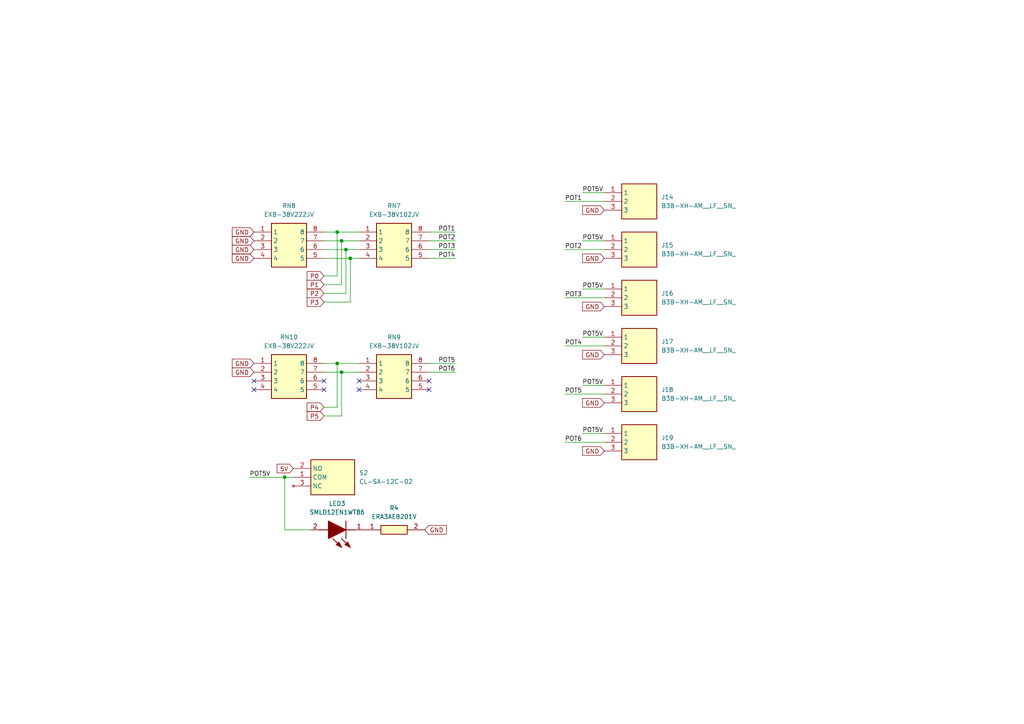
<source format=kicad_sch>
(kicad_sch
	(version 20231120)
	(generator "eeschema")
	(generator_version "8.0")
	(uuid "b0d5f6b9-d3ee-4b50-96df-adcf7f9fd8df")
	(paper "A4")
	(lib_symbols
		(symbol "SamacSys_Parts:B3B-XH-AM__LF__SN_"
			(exclude_from_sim no)
			(in_bom yes)
			(on_board yes)
			(property "Reference" "J"
				(at 16.51 7.62 0)
				(effects
					(font
						(size 1.27 1.27)
					)
					(justify left top)
				)
			)
			(property "Value" "B3B-XH-AM__LF__SN_"
				(at 16.51 5.08 0)
				(effects
					(font
						(size 1.27 1.27)
					)
					(justify left top)
				)
			)
			(property "Footprint" "B3BXHAMLFSN"
				(at 16.51 -94.92 0)
				(effects
					(font
						(size 1.27 1.27)
					)
					(justify left top)
					(hide yes)
				)
			)
			(property "Datasheet" "https://www.arrow.com/en/products/b3b-xh-a-m-lf-sn/jst-manufacturing"
				(at 16.51 -194.92 0)
				(effects
					(font
						(size 1.27 1.27)
					)
					(justify left top)
					(hide yes)
				)
			)
			(property "Description" "JST, XH, B3B, 3 Way, 1 Row, Straight PCB Header"
				(at 0 0 0)
				(effects
					(font
						(size 1.27 1.27)
					)
					(hide yes)
				)
			)
			(property "Height" "7"
				(at 16.51 -394.92 0)
				(effects
					(font
						(size 1.27 1.27)
					)
					(justify left top)
					(hide yes)
				)
			)
			(property "Manufacturer_Name" "JST (JAPAN SOLDERLESS TERMINALS)"
				(at 16.51 -494.92 0)
				(effects
					(font
						(size 1.27 1.27)
					)
					(justify left top)
					(hide yes)
				)
			)
			(property "Manufacturer_Part_Number" "B3B-XH-AM (LF)(SN)"
				(at 16.51 -594.92 0)
				(effects
					(font
						(size 1.27 1.27)
					)
					(justify left top)
					(hide yes)
				)
			)
			(property "Mouser Part Number" ""
				(at 16.51 -694.92 0)
				(effects
					(font
						(size 1.27 1.27)
					)
					(justify left top)
					(hide yes)
				)
			)
			(property "Mouser Price/Stock" ""
				(at 16.51 -794.92 0)
				(effects
					(font
						(size 1.27 1.27)
					)
					(justify left top)
					(hide yes)
				)
			)
			(property "Arrow Part Number" "B3B-XH-AM (LF)(SN)"
				(at 16.51 -894.92 0)
				(effects
					(font
						(size 1.27 1.27)
					)
					(justify left top)
					(hide yes)
				)
			)
			(property "Arrow Price/Stock" "https://www.arrow.com/en/products/b3b-xh-a-m-lf-sn/jst-manufacturing?utm_currency=USD&region=europe"
				(at 16.51 -994.92 0)
				(effects
					(font
						(size 1.27 1.27)
					)
					(justify left top)
					(hide yes)
				)
			)
			(symbol "B3B-XH-AM__LF__SN__1_1"
				(rectangle
					(start 5.08 2.54)
					(end 15.24 -7.62)
					(stroke
						(width 0.254)
						(type default)
					)
					(fill
						(type background)
					)
				)
				(pin passive line
					(at 0 0 0)
					(length 5.08)
					(name "1"
						(effects
							(font
								(size 1.27 1.27)
							)
						)
					)
					(number "1"
						(effects
							(font
								(size 1.27 1.27)
							)
						)
					)
				)
				(pin passive line
					(at 0 -2.54 0)
					(length 5.08)
					(name "2"
						(effects
							(font
								(size 1.27 1.27)
							)
						)
					)
					(number "2"
						(effects
							(font
								(size 1.27 1.27)
							)
						)
					)
				)
				(pin passive line
					(at 0 -5.08 0)
					(length 5.08)
					(name "3"
						(effects
							(font
								(size 1.27 1.27)
							)
						)
					)
					(number "3"
						(effects
							(font
								(size 1.27 1.27)
							)
						)
					)
				)
			)
		)
		(symbol "SamacSys_Parts:CL-SA-12C-02"
			(exclude_from_sim no)
			(in_bom yes)
			(on_board yes)
			(property "Reference" "S"
				(at 19.05 7.62 0)
				(effects
					(font
						(size 1.27 1.27)
					)
					(justify left top)
				)
			)
			(property "Value" "CL-SA-12C-02"
				(at 19.05 5.08 0)
				(effects
					(font
						(size 1.27 1.27)
					)
					(justify left top)
				)
			)
			(property "Footprint" "CLSA12C02"
				(at 19.05 -94.92 0)
				(effects
					(font
						(size 1.27 1.27)
					)
					(justify left top)
					(hide yes)
				)
			)
			(property "Datasheet" "https://www.nidec-components.com/e/catalog/switch/cl-sa.pdf"
				(at 19.05 -194.92 0)
				(effects
					(font
						(size 1.27 1.27)
					)
					(justify left top)
					(hide yes)
				)
			)
			(property "Description" "Slide Switches SPDT, ON-ON Slide, White Actuator, 500mA @ 12V DC Straight PC Terminals, Bulk Packaging"
				(at 0 0 0)
				(effects
					(font
						(size 1.27 1.27)
					)
					(hide yes)
				)
			)
			(property "Height" "6.7"
				(at 19.05 -394.92 0)
				(effects
					(font
						(size 1.27 1.27)
					)
					(justify left top)
					(hide yes)
				)
			)
			(property "Manufacturer_Name" "Nidec Copal"
				(at 19.05 -494.92 0)
				(effects
					(font
						(size 1.27 1.27)
					)
					(justify left top)
					(hide yes)
				)
			)
			(property "Manufacturer_Part_Number" "CL-SA-12C-02"
				(at 19.05 -594.92 0)
				(effects
					(font
						(size 1.27 1.27)
					)
					(justify left top)
					(hide yes)
				)
			)
			(property "Mouser Part Number" "229-CL-SA-12C-02"
				(at 19.05 -694.92 0)
				(effects
					(font
						(size 1.27 1.27)
					)
					(justify left top)
					(hide yes)
				)
			)
			(property "Mouser Price/Stock" "https://www.mouser.co.uk/ProductDetail/Nidec-Components/CL-SA-12C-02?qs=XeJtXLiO41TlKid1dCt4%2FA%3D%3D"
				(at 19.05 -794.92 0)
				(effects
					(font
						(size 1.27 1.27)
					)
					(justify left top)
					(hide yes)
				)
			)
			(property "Arrow Part Number" ""
				(at 19.05 -894.92 0)
				(effects
					(font
						(size 1.27 1.27)
					)
					(justify left top)
					(hide yes)
				)
			)
			(property "Arrow Price/Stock" ""
				(at 19.05 -994.92 0)
				(effects
					(font
						(size 1.27 1.27)
					)
					(justify left top)
					(hide yes)
				)
			)
			(symbol "CL-SA-12C-02_1_1"
				(rectangle
					(start 5.08 2.54)
					(end 17.78 -7.62)
					(stroke
						(width 0.254)
						(type default)
					)
					(fill
						(type background)
					)
				)
				(pin passive line
					(at 0 -2.54 0)
					(length 5.08)
					(name "COM"
						(effects
							(font
								(size 1.27 1.27)
							)
						)
					)
					(number "1"
						(effects
							(font
								(size 1.27 1.27)
							)
						)
					)
				)
				(pin passive line
					(at 0 0 0)
					(length 5.08)
					(name "NO"
						(effects
							(font
								(size 1.27 1.27)
							)
						)
					)
					(number "2"
						(effects
							(font
								(size 1.27 1.27)
							)
						)
					)
				)
				(pin no_connect line
					(at 0 -5.08 0)
					(length 5.08)
					(name "NC"
						(effects
							(font
								(size 1.27 1.27)
							)
						)
					)
					(number "3"
						(effects
							(font
								(size 1.27 1.27)
							)
						)
					)
				)
			)
		)
		(symbol "SamacSys_Parts:ERA3AEB201V"
			(pin_names hide)
			(exclude_from_sim no)
			(in_bom yes)
			(on_board yes)
			(property "Reference" "R"
				(at 13.97 6.35 0)
				(effects
					(font
						(size 1.27 1.27)
					)
					(justify left top)
				)
			)
			(property "Value" "ERA3AEB201V"
				(at 13.97 3.81 0)
				(effects
					(font
						(size 1.27 1.27)
					)
					(justify left top)
				)
			)
			(property "Footprint" "ERA3AEB101V"
				(at 13.97 -96.19 0)
				(effects
					(font
						(size 1.27 1.27)
					)
					(justify left top)
					(hide yes)
				)
			)
			(property "Datasheet" "https://industrial.panasonic.com/cdbs/www-data/pdf/RDM0000/AOA0000C307.pdf"
				(at 13.97 -196.19 0)
				(effects
					(font
						(size 1.27 1.27)
					)
					(justify left top)
					(hide yes)
				)
			)
			(property "Description" "Panasonic E24 Series Thin Film Surface Mount Resistor 0603 Case 200 +/-0.1% 0.1W +/-25ppm/C"
				(at 0 0 0)
				(effects
					(font
						(size 1.27 1.27)
					)
					(hide yes)
				)
			)
			(property "Height" "0.55"
				(at 13.97 -396.19 0)
				(effects
					(font
						(size 1.27 1.27)
					)
					(justify left top)
					(hide yes)
				)
			)
			(property "Manufacturer_Name" "Panasonic"
				(at 13.97 -496.19 0)
				(effects
					(font
						(size 1.27 1.27)
					)
					(justify left top)
					(hide yes)
				)
			)
			(property "Manufacturer_Part_Number" "ERA3AEB201V"
				(at 13.97 -596.19 0)
				(effects
					(font
						(size 1.27 1.27)
					)
					(justify left top)
					(hide yes)
				)
			)
			(property "Mouser Part Number" ""
				(at 13.97 -696.19 0)
				(effects
					(font
						(size 1.27 1.27)
					)
					(justify left top)
					(hide yes)
				)
			)
			(property "Mouser Price/Stock" ""
				(at 13.97 -796.19 0)
				(effects
					(font
						(size 1.27 1.27)
					)
					(justify left top)
					(hide yes)
				)
			)
			(property "Arrow Part Number" ""
				(at 13.97 -896.19 0)
				(effects
					(font
						(size 1.27 1.27)
					)
					(justify left top)
					(hide yes)
				)
			)
			(property "Arrow Price/Stock" ""
				(at 13.97 -996.19 0)
				(effects
					(font
						(size 1.27 1.27)
					)
					(justify left top)
					(hide yes)
				)
			)
			(symbol "ERA3AEB201V_1_1"
				(rectangle
					(start 5.08 1.27)
					(end 12.7 -1.27)
					(stroke
						(width 0.254)
						(type default)
					)
					(fill
						(type background)
					)
				)
				(pin passive line
					(at 0 0 0)
					(length 5.08)
					(name "1"
						(effects
							(font
								(size 1.27 1.27)
							)
						)
					)
					(number "1"
						(effects
							(font
								(size 1.27 1.27)
							)
						)
					)
				)
				(pin passive line
					(at 17.78 0 180)
					(length 5.08)
					(name "2"
						(effects
							(font
								(size 1.27 1.27)
							)
						)
					)
					(number "2"
						(effects
							(font
								(size 1.27 1.27)
							)
						)
					)
				)
			)
		)
		(symbol "SamacSys_Parts:EXB-38V102JV"
			(exclude_from_sim no)
			(in_bom yes)
			(on_board yes)
			(property "Reference" "RN"
				(at 16.51 7.62 0)
				(effects
					(font
						(size 1.27 1.27)
					)
					(justify left top)
				)
			)
			(property "Value" "EXB-38V102JV"
				(at 16.51 5.08 0)
				(effects
					(font
						(size 1.27 1.27)
					)
					(justify left top)
				)
			)
			(property "Footprint" "EXB38V102JV"
				(at 16.51 -94.92 0)
				(effects
					(font
						(size 1.27 1.27)
					)
					(justify left top)
					(hide yes)
				)
			)
			(property "Datasheet" "https://www.arrow.com/en/products/exb38v102jv/panasonic"
				(at 16.51 -194.92 0)
				(effects
					(font
						(size 1.27 1.27)
					)
					(justify left top)
					(hide yes)
				)
			)
			(property "Description" "Resistor Networks & Arrays 1K OHM 5%"
				(at 0 0 0)
				(effects
					(font
						(size 1.27 1.27)
					)
					(hide yes)
				)
			)
			(property "Height" "0.6"
				(at 16.51 -394.92 0)
				(effects
					(font
						(size 1.27 1.27)
					)
					(justify left top)
					(hide yes)
				)
			)
			(property "Manufacturer_Name" "Panasonic"
				(at 16.51 -494.92 0)
				(effects
					(font
						(size 1.27 1.27)
					)
					(justify left top)
					(hide yes)
				)
			)
			(property "Manufacturer_Part_Number" "EXB-38V102JV"
				(at 16.51 -594.92 0)
				(effects
					(font
						(size 1.27 1.27)
					)
					(justify left top)
					(hide yes)
				)
			)
			(property "Mouser Part Number" "667-EXB-38V102JV"
				(at 16.51 -694.92 0)
				(effects
					(font
						(size 1.27 1.27)
					)
					(justify left top)
					(hide yes)
				)
			)
			(property "Mouser Price/Stock" "https://www.mouser.co.uk/ProductDetail/Panasonic/EXB-38V102JV?qs=oE3VwAv%2FYtlBbEZVoPg0XA%3D%3D"
				(at 16.51 -794.92 0)
				(effects
					(font
						(size 1.27 1.27)
					)
					(justify left top)
					(hide yes)
				)
			)
			(property "Arrow Part Number" "EXB-38V102JV"
				(at 16.51 -894.92 0)
				(effects
					(font
						(size 1.27 1.27)
					)
					(justify left top)
					(hide yes)
				)
			)
			(property "Arrow Price/Stock" "https://www.arrow.com/en/products/exb38v102jv/panasonic?region=europe"
				(at 16.51 -994.92 0)
				(effects
					(font
						(size 1.27 1.27)
					)
					(justify left top)
					(hide yes)
				)
			)
			(symbol "EXB-38V102JV_1_1"
				(rectangle
					(start 5.08 2.54)
					(end 15.24 -10.16)
					(stroke
						(width 0.254)
						(type default)
					)
					(fill
						(type background)
					)
				)
				(pin passive line
					(at 0 0 0)
					(length 5.08)
					(name "1"
						(effects
							(font
								(size 1.27 1.27)
							)
						)
					)
					(number "1"
						(effects
							(font
								(size 1.27 1.27)
							)
						)
					)
				)
				(pin passive line
					(at 0 -2.54 0)
					(length 5.08)
					(name "2"
						(effects
							(font
								(size 1.27 1.27)
							)
						)
					)
					(number "2"
						(effects
							(font
								(size 1.27 1.27)
							)
						)
					)
				)
				(pin passive line
					(at 0 -5.08 0)
					(length 5.08)
					(name "3"
						(effects
							(font
								(size 1.27 1.27)
							)
						)
					)
					(number "3"
						(effects
							(font
								(size 1.27 1.27)
							)
						)
					)
				)
				(pin passive line
					(at 0 -7.62 0)
					(length 5.08)
					(name "4"
						(effects
							(font
								(size 1.27 1.27)
							)
						)
					)
					(number "4"
						(effects
							(font
								(size 1.27 1.27)
							)
						)
					)
				)
				(pin passive line
					(at 20.32 -7.62 180)
					(length 5.08)
					(name "5"
						(effects
							(font
								(size 1.27 1.27)
							)
						)
					)
					(number "5"
						(effects
							(font
								(size 1.27 1.27)
							)
						)
					)
				)
				(pin passive line
					(at 20.32 -5.08 180)
					(length 5.08)
					(name "6"
						(effects
							(font
								(size 1.27 1.27)
							)
						)
					)
					(number "6"
						(effects
							(font
								(size 1.27 1.27)
							)
						)
					)
				)
				(pin passive line
					(at 20.32 -2.54 180)
					(length 5.08)
					(name "7"
						(effects
							(font
								(size 1.27 1.27)
							)
						)
					)
					(number "7"
						(effects
							(font
								(size 1.27 1.27)
							)
						)
					)
				)
				(pin passive line
					(at 20.32 0 180)
					(length 5.08)
					(name "8"
						(effects
							(font
								(size 1.27 1.27)
							)
						)
					)
					(number "8"
						(effects
							(font
								(size 1.27 1.27)
							)
						)
					)
				)
			)
		)
		(symbol "SamacSys_Parts:EXB-38V222JV"
			(exclude_from_sim no)
			(in_bom yes)
			(on_board yes)
			(property "Reference" "RN"
				(at 16.51 7.62 0)
				(effects
					(font
						(size 1.27 1.27)
					)
					(justify left top)
				)
			)
			(property "Value" "EXB-38V222JV"
				(at 16.51 5.08 0)
				(effects
					(font
						(size 1.27 1.27)
					)
					(justify left top)
				)
			)
			(property "Footprint" "EXB38V472JV"
				(at 16.51 -94.92 0)
				(effects
					(font
						(size 1.27 1.27)
					)
					(justify left top)
					(hide yes)
				)
			)
			(property "Datasheet" "https://industrial.panasonic.com/cdbs/www-data/pdf/AOC0000/AOC0000C14.pdf"
				(at 16.51 -194.92 0)
				(effects
					(font
						(size 1.27 1.27)
					)
					(justify left top)
					(hide yes)
				)
			)
			(property "Description" "Resistor Networks & Arrays 0603 2.2Kohms 4Res Convex Term AEC-Q200"
				(at 0 0 0)
				(effects
					(font
						(size 1.27 1.27)
					)
					(hide yes)
				)
			)
			(property "Height" "0"
				(at 16.51 -394.92 0)
				(effects
					(font
						(size 1.27 1.27)
					)
					(justify left top)
					(hide yes)
				)
			)
			(property "Manufacturer_Name" "Panasonic"
				(at 16.51 -494.92 0)
				(effects
					(font
						(size 1.27 1.27)
					)
					(justify left top)
					(hide yes)
				)
			)
			(property "Manufacturer_Part_Number" "EXB-38V222JV"
				(at 16.51 -594.92 0)
				(effects
					(font
						(size 1.27 1.27)
					)
					(justify left top)
					(hide yes)
				)
			)
			(property "Mouser Part Number" "667-EXB-38V222JV"
				(at 16.51 -694.92 0)
				(effects
					(font
						(size 1.27 1.27)
					)
					(justify left top)
					(hide yes)
				)
			)
			(property "Mouser Price/Stock" "https://www.mouser.co.uk/ProductDetail/Panasonic/EXB-38V222JV?qs=0q6jlcGHEi04MPjBg42zRg%3D%3D"
				(at 16.51 -794.92 0)
				(effects
					(font
						(size 1.27 1.27)
					)
					(justify left top)
					(hide yes)
				)
			)
			(property "Arrow Part Number" "EXB-38V222JV"
				(at 16.51 -894.92 0)
				(effects
					(font
						(size 1.27 1.27)
					)
					(justify left top)
					(hide yes)
				)
			)
			(property "Arrow Price/Stock" "https://www.arrow.com/en/products/exb38v222jv/panasonic?region=nac"
				(at 16.51 -994.92 0)
				(effects
					(font
						(size 1.27 1.27)
					)
					(justify left top)
					(hide yes)
				)
			)
			(symbol "EXB-38V222JV_1_1"
				(rectangle
					(start 5.08 2.54)
					(end 15.24 -10.16)
					(stroke
						(width 0.254)
						(type default)
					)
					(fill
						(type background)
					)
				)
				(pin passive line
					(at 0 0 0)
					(length 5.08)
					(name "1"
						(effects
							(font
								(size 1.27 1.27)
							)
						)
					)
					(number "1"
						(effects
							(font
								(size 1.27 1.27)
							)
						)
					)
				)
				(pin passive line
					(at 0 -2.54 0)
					(length 5.08)
					(name "2"
						(effects
							(font
								(size 1.27 1.27)
							)
						)
					)
					(number "2"
						(effects
							(font
								(size 1.27 1.27)
							)
						)
					)
				)
				(pin passive line
					(at 0 -5.08 0)
					(length 5.08)
					(name "3"
						(effects
							(font
								(size 1.27 1.27)
							)
						)
					)
					(number "3"
						(effects
							(font
								(size 1.27 1.27)
							)
						)
					)
				)
				(pin passive line
					(at 0 -7.62 0)
					(length 5.08)
					(name "4"
						(effects
							(font
								(size 1.27 1.27)
							)
						)
					)
					(number "4"
						(effects
							(font
								(size 1.27 1.27)
							)
						)
					)
				)
				(pin passive line
					(at 20.32 -7.62 180)
					(length 5.08)
					(name "5"
						(effects
							(font
								(size 1.27 1.27)
							)
						)
					)
					(number "5"
						(effects
							(font
								(size 1.27 1.27)
							)
						)
					)
				)
				(pin passive line
					(at 20.32 -5.08 180)
					(length 5.08)
					(name "6"
						(effects
							(font
								(size 1.27 1.27)
							)
						)
					)
					(number "6"
						(effects
							(font
								(size 1.27 1.27)
							)
						)
					)
				)
				(pin passive line
					(at 20.32 -2.54 180)
					(length 5.08)
					(name "7"
						(effects
							(font
								(size 1.27 1.27)
							)
						)
					)
					(number "7"
						(effects
							(font
								(size 1.27 1.27)
							)
						)
					)
				)
				(pin passive line
					(at 20.32 0 180)
					(length 5.08)
					(name "8"
						(effects
							(font
								(size 1.27 1.27)
							)
						)
					)
					(number "8"
						(effects
							(font
								(size 1.27 1.27)
							)
						)
					)
				)
			)
		)
		(symbol "SamacSys_Parts:SMLD12EN1WT86"
			(pin_names hide)
			(exclude_from_sim no)
			(in_bom yes)
			(on_board yes)
			(property "Reference" "LED"
				(at 12.7 8.89 0)
				(effects
					(font
						(size 1.27 1.27)
					)
					(justify left bottom)
				)
			)
			(property "Value" "SMLD12EN1WT86"
				(at 12.7 6.35 0)
				(effects
					(font
						(size 1.27 1.27)
					)
					(justify left bottom)
				)
			)
			(property "Footprint" "LEDM168X65N"
				(at 12.7 -93.65 0)
				(effects
					(font
						(size 1.27 1.27)
					)
					(justify left bottom)
					(hide yes)
				)
			)
			(property "Datasheet" "https://datasheet.datasheetarchive.com/originals/distributors/Datasheets_SAMA/8f824a900f8c9a143b1c3640e6aee7b7.pdf"
				(at 12.7 -193.65 0)
				(effects
					(font
						(size 1.27 1.27)
					)
					(justify left bottom)
					(hide yes)
				)
			)
			(property "Description" "ROHM SMLD12EN1WT86, SMLD12 527 nm Green LED, 1608 (0603) SMD package"
				(at 0 0 0)
				(effects
					(font
						(size 1.27 1.27)
					)
					(hide yes)
				)
			)
			(property "Height" "0.65"
				(at 12.7 -393.65 0)
				(effects
					(font
						(size 1.27 1.27)
					)
					(justify left bottom)
					(hide yes)
				)
			)
			(property "Manufacturer_Name" "ROHM Semiconductor"
				(at 12.7 -493.65 0)
				(effects
					(font
						(size 1.27 1.27)
					)
					(justify left bottom)
					(hide yes)
				)
			)
			(property "Manufacturer_Part_Number" "SMLD12EN1WT86"
				(at 12.7 -593.65 0)
				(effects
					(font
						(size 1.27 1.27)
					)
					(justify left bottom)
					(hide yes)
				)
			)
			(property "Mouser Part Number" "755-SMLD12EN1WT86"
				(at 12.7 -693.65 0)
				(effects
					(font
						(size 1.27 1.27)
					)
					(justify left bottom)
					(hide yes)
				)
			)
			(property "Mouser Price/Stock" "https://www.mouser.co.uk/ProductDetail/ROHM-Semiconductor/SMLD12EN1WT86?qs=qSfuJ%252Bfl%2Fd4fR%252B9yZydIwg%3D%3D"
				(at 12.7 -793.65 0)
				(effects
					(font
						(size 1.27 1.27)
					)
					(justify left bottom)
					(hide yes)
				)
			)
			(property "Arrow Part Number" ""
				(at 12.7 -893.65 0)
				(effects
					(font
						(size 1.27 1.27)
					)
					(justify left bottom)
					(hide yes)
				)
			)
			(property "Arrow Price/Stock" ""
				(at 12.7 -993.65 0)
				(effects
					(font
						(size 1.27 1.27)
					)
					(justify left bottom)
					(hide yes)
				)
			)
			(symbol "SMLD12EN1WT86_1_1"
				(polyline
					(pts
						(xy 2.54 0) (xy 5.08 0)
					)
					(stroke
						(width 0.254)
						(type default)
					)
					(fill
						(type none)
					)
				)
				(polyline
					(pts
						(xy 5.08 2.54) (xy 5.08 -2.54)
					)
					(stroke
						(width 0.254)
						(type default)
					)
					(fill
						(type none)
					)
				)
				(polyline
					(pts
						(xy 6.35 2.54) (xy 3.81 5.08)
					)
					(stroke
						(width 0.254)
						(type default)
					)
					(fill
						(type none)
					)
				)
				(polyline
					(pts
						(xy 8.89 2.54) (xy 6.35 5.08)
					)
					(stroke
						(width 0.254)
						(type default)
					)
					(fill
						(type none)
					)
				)
				(polyline
					(pts
						(xy 10.16 0) (xy 12.7 0)
					)
					(stroke
						(width 0.254)
						(type default)
					)
					(fill
						(type none)
					)
				)
				(polyline
					(pts
						(xy 5.08 0) (xy 10.16 2.54) (xy 10.16 -2.54) (xy 5.08 0)
					)
					(stroke
						(width 0.254)
						(type default)
					)
					(fill
						(type outline)
					)
				)
				(polyline
					(pts
						(xy 5.334 4.318) (xy 4.572 3.556) (xy 3.81 5.08) (xy 5.334 4.318)
					)
					(stroke
						(width 0.254)
						(type default)
					)
					(fill
						(type outline)
					)
				)
				(polyline
					(pts
						(xy 7.874 4.318) (xy 7.112 3.556) (xy 6.35 5.08) (xy 7.874 4.318)
					)
					(stroke
						(width 0.254)
						(type default)
					)
					(fill
						(type outline)
					)
				)
				(pin passive line
					(at 0 0 0)
					(length 2.54)
					(name "K"
						(effects
							(font
								(size 1.27 1.27)
							)
						)
					)
					(number "1"
						(effects
							(font
								(size 1.27 1.27)
							)
						)
					)
				)
				(pin passive line
					(at 15.24 0 180)
					(length 2.54)
					(name "A"
						(effects
							(font
								(size 1.27 1.27)
							)
						)
					)
					(number "2"
						(effects
							(font
								(size 1.27 1.27)
							)
						)
					)
				)
			)
		)
	)
	(junction
		(at 97.79 67.31)
		(diameter 0)
		(color 0 0 0 0)
		(uuid "0c1d5ee9-ef8d-43c6-a229-8d879ff30833")
	)
	(junction
		(at 100.33 72.39)
		(diameter 0)
		(color 0 0 0 0)
		(uuid "3d03ea50-6350-4f5e-8ab1-ca49a236aebf")
	)
	(junction
		(at 101.6 74.93)
		(diameter 0)
		(color 0 0 0 0)
		(uuid "4a5b725b-60e5-4c20-b89a-3f99508e6f54")
	)
	(junction
		(at 99.06 69.85)
		(diameter 0)
		(color 0 0 0 0)
		(uuid "5ec02444-818d-4b9a-a9f9-269275f5c690")
	)
	(junction
		(at 97.79 105.41)
		(diameter 0)
		(color 0 0 0 0)
		(uuid "5f00a5d7-c0d8-4f1f-aa7a-5035586d546d")
	)
	(junction
		(at 82.55 138.43)
		(diameter 0)
		(color 0 0 0 0)
		(uuid "d21446be-6a44-492f-844c-76b8522e3ec6")
	)
	(junction
		(at 99.06 107.95)
		(diameter 0)
		(color 0 0 0 0)
		(uuid "ef37219b-209a-4e4c-b715-8de4aa0b0f4f")
	)
	(no_connect
		(at 124.46 113.03)
		(uuid "30814196-2b07-47cd-9739-51d94f8eeb90")
	)
	(no_connect
		(at 124.46 110.49)
		(uuid "41be9b8a-7088-42d2-9332-86778e3a5ff0")
	)
	(no_connect
		(at 73.66 110.49)
		(uuid "74a1d843-1a81-4000-adb2-c10744fe550c")
	)
	(no_connect
		(at 104.14 113.03)
		(uuid "951c08ac-d73b-48e8-8827-8fb1571b40db")
	)
	(no_connect
		(at 93.98 110.49)
		(uuid "9b772c6b-ddae-4a68-9de8-6b1841970272")
	)
	(no_connect
		(at 93.98 113.03)
		(uuid "a13e7261-8da6-47b7-bdd1-8d0a013fc7df")
	)
	(no_connect
		(at 104.14 110.49)
		(uuid "b2a34ecf-5f5d-40f6-9f45-95798f99c9bc")
	)
	(no_connect
		(at 73.66 113.03)
		(uuid "f6d08f1a-7e8c-440d-8247-77f4bdc7378c")
	)
	(wire
		(pts
			(xy 93.98 67.31) (xy 97.79 67.31)
		)
		(stroke
			(width 0)
			(type default)
		)
		(uuid "01bd85b7-0887-4f07-8242-d91a7b79e8fc")
	)
	(wire
		(pts
			(xy 93.98 74.93) (xy 101.6 74.93)
		)
		(stroke
			(width 0)
			(type default)
		)
		(uuid "078d1e21-9565-4782-a3a9-e6291c97f75f")
	)
	(wire
		(pts
			(xy 168.91 55.88) (xy 175.26 55.88)
		)
		(stroke
			(width 0)
			(type default)
		)
		(uuid "078e0908-23fc-4650-bfb6-ac7e0ac0cd33")
	)
	(wire
		(pts
			(xy 82.55 153.67) (xy 90.17 153.67)
		)
		(stroke
			(width 0)
			(type default)
		)
		(uuid "14156ce3-8f9c-4f4a-9508-d7ac9a051c6c")
	)
	(wire
		(pts
			(xy 163.83 72.39) (xy 175.26 72.39)
		)
		(stroke
			(width 0)
			(type default)
		)
		(uuid "203e2370-b64a-4aa2-b874-d43be49b2ce6")
	)
	(wire
		(pts
			(xy 99.06 107.95) (xy 104.14 107.95)
		)
		(stroke
			(width 0)
			(type default)
		)
		(uuid "230c493b-60b3-477a-8209-ee8211439c44")
	)
	(wire
		(pts
			(xy 124.46 107.95) (xy 132.08 107.95)
		)
		(stroke
			(width 0)
			(type default)
		)
		(uuid "24853658-40e8-49d4-9f23-1725c6781c03")
	)
	(wire
		(pts
			(xy 93.98 69.85) (xy 99.06 69.85)
		)
		(stroke
			(width 0)
			(type default)
		)
		(uuid "283ec4b0-34a4-4e6f-918f-75b294c0e6a5")
	)
	(wire
		(pts
			(xy 93.98 120.65) (xy 99.06 120.65)
		)
		(stroke
			(width 0)
			(type default)
		)
		(uuid "2cf92f4d-19d5-46be-83c7-f68c1a20f9a0")
	)
	(wire
		(pts
			(xy 93.98 85.09) (xy 100.33 85.09)
		)
		(stroke
			(width 0)
			(type default)
		)
		(uuid "2db9728c-75be-4ace-b999-a2fd8f1955dc")
	)
	(wire
		(pts
			(xy 168.91 125.73) (xy 175.26 125.73)
		)
		(stroke
			(width 0)
			(type default)
		)
		(uuid "31602638-7591-4ae1-ab28-49e0483110ed")
	)
	(wire
		(pts
			(xy 124.46 69.85) (xy 132.08 69.85)
		)
		(stroke
			(width 0)
			(type default)
		)
		(uuid "34064e51-73ee-40de-9d11-cb9ce59620ff")
	)
	(wire
		(pts
			(xy 163.83 58.42) (xy 175.26 58.42)
		)
		(stroke
			(width 0)
			(type default)
		)
		(uuid "36aa2f77-fa0c-47bf-8bc4-b0091239d4a7")
	)
	(wire
		(pts
			(xy 168.91 69.85) (xy 175.26 69.85)
		)
		(stroke
			(width 0)
			(type default)
		)
		(uuid "381d8b02-e29b-4651-ad48-4fb70da983f5")
	)
	(wire
		(pts
			(xy 82.55 138.43) (xy 82.55 153.67)
		)
		(stroke
			(width 0)
			(type default)
		)
		(uuid "397f6912-73a2-42f6-b100-d634508bd4ab")
	)
	(wire
		(pts
			(xy 124.46 105.41) (xy 132.08 105.41)
		)
		(stroke
			(width 0)
			(type default)
		)
		(uuid "39d711f0-61b1-49d5-940e-830054d969b5")
	)
	(wire
		(pts
			(xy 100.33 72.39) (xy 104.14 72.39)
		)
		(stroke
			(width 0)
			(type default)
		)
		(uuid "3c67e1c4-2028-4569-942f-852aefe70fed")
	)
	(wire
		(pts
			(xy 168.91 83.82) (xy 175.26 83.82)
		)
		(stroke
			(width 0)
			(type default)
		)
		(uuid "452a92c9-86f6-4535-9f1d-6ae8194ad700")
	)
	(wire
		(pts
			(xy 93.98 107.95) (xy 99.06 107.95)
		)
		(stroke
			(width 0)
			(type default)
		)
		(uuid "4976615a-956b-4848-8921-def97439ab09")
	)
	(wire
		(pts
			(xy 168.91 97.79) (xy 175.26 97.79)
		)
		(stroke
			(width 0)
			(type default)
		)
		(uuid "4f19d308-8b78-4ccd-a097-fecf2cd3f7a4")
	)
	(wire
		(pts
			(xy 163.83 86.36) (xy 175.26 86.36)
		)
		(stroke
			(width 0)
			(type default)
		)
		(uuid "51397fc6-1310-478f-a57a-eceb073a9a26")
	)
	(wire
		(pts
			(xy 97.79 105.41) (xy 104.14 105.41)
		)
		(stroke
			(width 0)
			(type default)
		)
		(uuid "65ada21c-11f2-4849-a853-acf51835dddd")
	)
	(wire
		(pts
			(xy 97.79 67.31) (xy 97.79 80.01)
		)
		(stroke
			(width 0)
			(type default)
		)
		(uuid "695ab5b1-9e78-4040-9644-f01a4a9b25de")
	)
	(wire
		(pts
			(xy 163.83 128.27) (xy 175.26 128.27)
		)
		(stroke
			(width 0)
			(type default)
		)
		(uuid "7aee987c-dfd0-43a8-bf26-3dc54101c1f2")
	)
	(wire
		(pts
			(xy 99.06 120.65) (xy 99.06 107.95)
		)
		(stroke
			(width 0)
			(type default)
		)
		(uuid "7d072bc4-396e-482a-b184-89ad9a96f382")
	)
	(wire
		(pts
			(xy 72.39 138.43) (xy 82.55 138.43)
		)
		(stroke
			(width 0)
			(type default)
		)
		(uuid "7eff0911-12db-46fa-9bf4-b5632c839676")
	)
	(wire
		(pts
			(xy 168.91 111.76) (xy 175.26 111.76)
		)
		(stroke
			(width 0)
			(type default)
		)
		(uuid "8193a2b4-1737-4eec-a4ed-ec6a39d2db6f")
	)
	(wire
		(pts
			(xy 163.83 114.3) (xy 175.26 114.3)
		)
		(stroke
			(width 0)
			(type default)
		)
		(uuid "948c7389-5750-41f3-b04c-bd75fe4c1b51")
	)
	(wire
		(pts
			(xy 101.6 87.63) (xy 101.6 74.93)
		)
		(stroke
			(width 0)
			(type default)
		)
		(uuid "9a42c1f9-e6d8-499d-8905-4914218c27de")
	)
	(wire
		(pts
			(xy 101.6 74.93) (xy 104.14 74.93)
		)
		(stroke
			(width 0)
			(type default)
		)
		(uuid "a40491d2-b36b-40c2-8bea-3a0c28369adc")
	)
	(wire
		(pts
			(xy 93.98 82.55) (xy 99.06 82.55)
		)
		(stroke
			(width 0)
			(type default)
		)
		(uuid "ac512415-de51-403f-80e4-287d37858fde")
	)
	(wire
		(pts
			(xy 93.98 87.63) (xy 101.6 87.63)
		)
		(stroke
			(width 0)
			(type default)
		)
		(uuid "b29e8732-7fcf-455d-93c6-dd413bfab7a1")
	)
	(wire
		(pts
			(xy 124.46 72.39) (xy 132.08 72.39)
		)
		(stroke
			(width 0)
			(type default)
		)
		(uuid "bc7e8d7c-9a07-4371-af43-59c8fcb5c818")
	)
	(wire
		(pts
			(xy 99.06 69.85) (xy 104.14 69.85)
		)
		(stroke
			(width 0)
			(type default)
		)
		(uuid "d277cf42-8a9e-4338-a1f4-e003532d1a8d")
	)
	(wire
		(pts
			(xy 124.46 67.31) (xy 132.08 67.31)
		)
		(stroke
			(width 0)
			(type default)
		)
		(uuid "d77ca7c7-8ce5-4373-b7e5-4ac129c6beb0")
	)
	(wire
		(pts
			(xy 93.98 72.39) (xy 100.33 72.39)
		)
		(stroke
			(width 0)
			(type default)
		)
		(uuid "d7fcc31a-018b-4c5e-a38c-57ca58a72282")
	)
	(wire
		(pts
			(xy 124.46 74.93) (xy 132.08 74.93)
		)
		(stroke
			(width 0)
			(type default)
		)
		(uuid "d8eefd71-e796-4df1-9c06-8c0a3f5c5397")
	)
	(wire
		(pts
			(xy 93.98 105.41) (xy 97.79 105.41)
		)
		(stroke
			(width 0)
			(type default)
		)
		(uuid "d9642245-eb10-44e3-b175-970fd16bc814")
	)
	(wire
		(pts
			(xy 93.98 118.11) (xy 97.79 118.11)
		)
		(stroke
			(width 0)
			(type default)
		)
		(uuid "e34d1ebf-8001-4a62-a86a-aeb46b209345")
	)
	(wire
		(pts
			(xy 99.06 82.55) (xy 99.06 69.85)
		)
		(stroke
			(width 0)
			(type default)
		)
		(uuid "e68086e2-bcd2-49fa-8ed7-d96fba5edc34")
	)
	(wire
		(pts
			(xy 93.98 80.01) (xy 97.79 80.01)
		)
		(stroke
			(width 0)
			(type default)
		)
		(uuid "e6cf2d09-3a11-4d3c-a8a6-bc99c65ec8e4")
	)
	(wire
		(pts
			(xy 163.83 100.33) (xy 175.26 100.33)
		)
		(stroke
			(width 0)
			(type default)
		)
		(uuid "e8048cca-2868-4dff-874f-b6d101ca3e18")
	)
	(wire
		(pts
			(xy 97.79 105.41) (xy 97.79 118.11)
		)
		(stroke
			(width 0)
			(type default)
		)
		(uuid "e9290d00-575a-46f7-8650-5a539b2a49df")
	)
	(wire
		(pts
			(xy 100.33 85.09) (xy 100.33 72.39)
		)
		(stroke
			(width 0)
			(type default)
		)
		(uuid "e9540697-20f6-46ae-97e2-e533270e9c17")
	)
	(wire
		(pts
			(xy 97.79 67.31) (xy 104.14 67.31)
		)
		(stroke
			(width 0)
			(type default)
		)
		(uuid "f2c9399d-cd61-47a7-a2e5-bf7f3198bb49")
	)
	(wire
		(pts
			(xy 82.55 138.43) (xy 85.09 138.43)
		)
		(stroke
			(width 0)
			(type default)
		)
		(uuid "f831ee95-dc45-4a68-85a5-78471f493ea9")
	)
	(label "POT5V"
		(at 168.91 83.82 0)
		(fields_autoplaced yes)
		(effects
			(font
				(size 1.27 1.27)
			)
			(justify left bottom)
		)
		(uuid "00fa4f52-7cb2-4ffa-b833-8d1fb3782b8c")
	)
	(label "POT1"
		(at 163.83 58.42 0)
		(fields_autoplaced yes)
		(effects
			(font
				(size 1.27 1.27)
			)
			(justify left bottom)
		)
		(uuid "03e0ee3b-ca23-4a46-8ec7-ebc3782a57b4")
	)
	(label "POT6"
		(at 163.83 128.27 0)
		(fields_autoplaced yes)
		(effects
			(font
				(size 1.27 1.27)
			)
			(justify left bottom)
		)
		(uuid "0b76dfe3-f1ae-4192-82c6-c582d47443b0")
	)
	(label "POT2"
		(at 132.08 69.85 180)
		(fields_autoplaced yes)
		(effects
			(font
				(size 1.27 1.27)
			)
			(justify right bottom)
		)
		(uuid "1734e3e6-dfec-455f-afe4-605a029dafb8")
	)
	(label "POT1"
		(at 132.08 67.31 180)
		(fields_autoplaced yes)
		(effects
			(font
				(size 1.27 1.27)
			)
			(justify right bottom)
		)
		(uuid "2d88b5c9-e545-41de-af06-399d6b4e5a78")
	)
	(label "POT3"
		(at 132.08 72.39 180)
		(fields_autoplaced yes)
		(effects
			(font
				(size 1.27 1.27)
			)
			(justify right bottom)
		)
		(uuid "413e3fc2-b7d4-4e32-9ac6-0f1293b747c6")
	)
	(label "POT5"
		(at 163.83 114.3 0)
		(fields_autoplaced yes)
		(effects
			(font
				(size 1.27 1.27)
			)
			(justify left bottom)
		)
		(uuid "670ab687-7f98-4cd9-aa88-e18dd694f59d")
	)
	(label "POT5V"
		(at 72.39 138.43 0)
		(fields_autoplaced yes)
		(effects
			(font
				(size 1.27 1.27)
			)
			(justify left bottom)
		)
		(uuid "6be67de2-7fc5-44a1-abc4-7b7f378b37e7")
	)
	(label "POT6"
		(at 132.08 107.95 180)
		(fields_autoplaced yes)
		(effects
			(font
				(size 1.27 1.27)
			)
			(justify right bottom)
		)
		(uuid "6ecaca27-4a08-45eb-990b-47432779853b")
	)
	(label "POT2"
		(at 163.83 72.39 0)
		(fields_autoplaced yes)
		(effects
			(font
				(size 1.27 1.27)
			)
			(justify left bottom)
		)
		(uuid "8342d251-a706-461c-88d9-57dc59fb0ba4")
	)
	(label "POT5V"
		(at 168.91 97.79 0)
		(fields_autoplaced yes)
		(effects
			(font
				(size 1.27 1.27)
			)
			(justify left bottom)
		)
		(uuid "a6b4f707-6ab1-46f3-b625-bfba6decc486")
	)
	(label "POT3"
		(at 163.83 86.36 0)
		(fields_autoplaced yes)
		(effects
			(font
				(size 1.27 1.27)
			)
			(justify left bottom)
		)
		(uuid "b08eca68-7148-4a76-97ed-a4dbf405bbd6")
	)
	(label "POT4"
		(at 132.08 74.93 180)
		(fields_autoplaced yes)
		(effects
			(font
				(size 1.27 1.27)
			)
			(justify right bottom)
		)
		(uuid "b1ac7168-9197-46bf-b2e9-8f8efd4fbb97")
	)
	(label "POT5V"
		(at 168.91 111.76 0)
		(fields_autoplaced yes)
		(effects
			(font
				(size 1.27 1.27)
			)
			(justify left bottom)
		)
		(uuid "c0e090f3-0eea-4f60-8705-e73ac8606169")
	)
	(label "POT5V"
		(at 168.91 125.73 0)
		(fields_autoplaced yes)
		(effects
			(font
				(size 1.27 1.27)
			)
			(justify left bottom)
		)
		(uuid "c976dc2a-536d-40e7-b1f4-9b9edea95bfc")
	)
	(label "POT4"
		(at 163.83 100.33 0)
		(fields_autoplaced yes)
		(effects
			(font
				(size 1.27 1.27)
			)
			(justify left bottom)
		)
		(uuid "cf66ee78-0554-4b81-a4f0-42d9355f1bdd")
	)
	(label "POT5"
		(at 132.08 105.41 180)
		(fields_autoplaced yes)
		(effects
			(font
				(size 1.27 1.27)
			)
			(justify right bottom)
		)
		(uuid "e9412995-de1a-4d8c-bdef-774c372c22b7")
	)
	(label "POT5V"
		(at 168.91 69.85 0)
		(fields_autoplaced yes)
		(effects
			(font
				(size 1.27 1.27)
			)
			(justify left bottom)
		)
		(uuid "eecab608-bf9f-4ec5-8348-ff9268891e0b")
	)
	(label "POT5V"
		(at 168.91 55.88 0)
		(fields_autoplaced yes)
		(effects
			(font
				(size 1.27 1.27)
			)
			(justify left bottom)
		)
		(uuid "f0eb28e9-59b2-475c-81a0-ac6e45ab8429")
	)
	(global_label "GND"
		(shape input)
		(at 175.26 116.84 180)
		(fields_autoplaced yes)
		(effects
			(font
				(size 1.27 1.27)
			)
			(justify right)
		)
		(uuid "07d08f8a-90b8-425c-a00d-f898c983ed33")
		(property "Intersheetrefs" "${INTERSHEET_REFS}"
			(at 168.4043 116.84 0)
			(effects
				(font
					(size 1.27 1.27)
				)
				(justify right)
				(hide yes)
			)
		)
	)
	(global_label "GND"
		(shape input)
		(at 175.26 130.81 180)
		(fields_autoplaced yes)
		(effects
			(font
				(size 1.27 1.27)
			)
			(justify right)
		)
		(uuid "0e29eee1-e7fe-454a-9e72-50c3111de6da")
		(property "Intersheetrefs" "${INTERSHEET_REFS}"
			(at 168.4043 130.81 0)
			(effects
				(font
					(size 1.27 1.27)
				)
				(justify right)
				(hide yes)
			)
		)
	)
	(global_label "GND"
		(shape input)
		(at 73.66 107.95 180)
		(fields_autoplaced yes)
		(effects
			(font
				(size 1.27 1.27)
			)
			(justify right)
		)
		(uuid "246282fc-f7e8-466f-b613-98ddd21c428f")
		(property "Intersheetrefs" "${INTERSHEET_REFS}"
			(at 66.8043 107.95 0)
			(effects
				(font
					(size 1.27 1.27)
				)
				(justify right)
				(hide yes)
			)
		)
	)
	(global_label "P2"
		(shape input)
		(at 93.98 85.09 180)
		(fields_autoplaced yes)
		(effects
			(font
				(size 1.27 1.27)
			)
			(justify right)
		)
		(uuid "32ac2550-9b2b-4deb-b9b3-7f3dfd016447")
		(property "Intersheetrefs" "${INTERSHEET_REFS}"
			(at 88.5153 85.09 0)
			(effects
				(font
					(size 1.27 1.27)
				)
				(justify right)
				(hide yes)
			)
		)
	)
	(global_label "5V"
		(shape input)
		(at 85.09 135.89 180)
		(fields_autoplaced yes)
		(effects
			(font
				(size 1.27 1.27)
			)
			(justify right)
		)
		(uuid "36ae14fe-e1b5-4673-8c4d-f0ca1b43644a")
		(property "Intersheetrefs" "${INTERSHEET_REFS}"
			(at 79.8067 135.89 0)
			(effects
				(font
					(size 1.27 1.27)
				)
				(justify right)
				(hide yes)
			)
		)
	)
	(global_label "GND"
		(shape input)
		(at 175.26 60.96 180)
		(fields_autoplaced yes)
		(effects
			(font
				(size 1.27 1.27)
			)
			(justify right)
		)
		(uuid "4c3d1040-3761-4410-960b-51f774378d6f")
		(property "Intersheetrefs" "${INTERSHEET_REFS}"
			(at 168.4043 60.96 0)
			(effects
				(font
					(size 1.27 1.27)
				)
				(justify right)
				(hide yes)
			)
		)
	)
	(global_label "P4"
		(shape input)
		(at 93.98 118.11 180)
		(fields_autoplaced yes)
		(effects
			(font
				(size 1.27 1.27)
			)
			(justify right)
		)
		(uuid "4dbc9528-2dfc-441b-82c7-fa40ef4a5076")
		(property "Intersheetrefs" "${INTERSHEET_REFS}"
			(at 88.5153 118.11 0)
			(effects
				(font
					(size 1.27 1.27)
				)
				(justify right)
				(hide yes)
			)
		)
	)
	(global_label "GND"
		(shape input)
		(at 73.66 69.85 180)
		(fields_autoplaced yes)
		(effects
			(font
				(size 1.27 1.27)
			)
			(justify right)
		)
		(uuid "52faf56e-c720-4131-a6ca-6f60dbdb8bc1")
		(property "Intersheetrefs" "${INTERSHEET_REFS}"
			(at 66.8043 69.85 0)
			(effects
				(font
					(size 1.27 1.27)
				)
				(justify right)
				(hide yes)
			)
		)
	)
	(global_label "GND"
		(shape input)
		(at 73.66 74.93 180)
		(fields_autoplaced yes)
		(effects
			(font
				(size 1.27 1.27)
			)
			(justify right)
		)
		(uuid "5da6481a-3441-4666-9ddb-1f57a4d23b76")
		(property "Intersheetrefs" "${INTERSHEET_REFS}"
			(at 66.8043 74.93 0)
			(effects
				(font
					(size 1.27 1.27)
				)
				(justify right)
				(hide yes)
			)
		)
	)
	(global_label "GND"
		(shape input)
		(at 175.26 88.9 180)
		(fields_autoplaced yes)
		(effects
			(font
				(size 1.27 1.27)
			)
			(justify right)
		)
		(uuid "6245ab5b-9c03-4e5d-a2ea-6e0aa701c1f0")
		(property "Intersheetrefs" "${INTERSHEET_REFS}"
			(at 168.4043 88.9 0)
			(effects
				(font
					(size 1.27 1.27)
				)
				(justify right)
				(hide yes)
			)
		)
	)
	(global_label "GND"
		(shape input)
		(at 73.66 72.39 180)
		(fields_autoplaced yes)
		(effects
			(font
				(size 1.27 1.27)
			)
			(justify right)
		)
		(uuid "6a398265-ab0e-4064-91c8-f4bbed4ce470")
		(property "Intersheetrefs" "${INTERSHEET_REFS}"
			(at 66.8043 72.39 0)
			(effects
				(font
					(size 1.27 1.27)
				)
				(justify right)
				(hide yes)
			)
		)
	)
	(global_label "GND"
		(shape input)
		(at 73.66 67.31 180)
		(fields_autoplaced yes)
		(effects
			(font
				(size 1.27 1.27)
			)
			(justify right)
		)
		(uuid "6dee6303-8066-4f76-932c-bf87aba8dfb3")
		(property "Intersheetrefs" "${INTERSHEET_REFS}"
			(at 66.8043 67.31 0)
			(effects
				(font
					(size 1.27 1.27)
				)
				(justify right)
				(hide yes)
			)
		)
	)
	(global_label "P1"
		(shape input)
		(at 93.98 82.55 180)
		(fields_autoplaced yes)
		(effects
			(font
				(size 1.27 1.27)
			)
			(justify right)
		)
		(uuid "721640df-b705-4d3c-8d20-dac57a3ce618")
		(property "Intersheetrefs" "${INTERSHEET_REFS}"
			(at 88.5153 82.55 0)
			(effects
				(font
					(size 1.27 1.27)
				)
				(justify right)
				(hide yes)
			)
		)
	)
	(global_label "P0"
		(shape input)
		(at 93.98 80.01 180)
		(fields_autoplaced yes)
		(effects
			(font
				(size 1.27 1.27)
			)
			(justify right)
		)
		(uuid "951fb536-7a8f-4f7d-ac52-5960e1df027b")
		(property "Intersheetrefs" "${INTERSHEET_REFS}"
			(at 88.5153 80.01 0)
			(effects
				(font
					(size 1.27 1.27)
				)
				(justify right)
				(hide yes)
			)
		)
	)
	(global_label "GND"
		(shape input)
		(at 175.26 74.93 180)
		(fields_autoplaced yes)
		(effects
			(font
				(size 1.27 1.27)
			)
			(justify right)
		)
		(uuid "96704433-569f-43ac-b60d-ed3a83a91e14")
		(property "Intersheetrefs" "${INTERSHEET_REFS}"
			(at 168.4043 74.93 0)
			(effects
				(font
					(size 1.27 1.27)
				)
				(justify right)
				(hide yes)
			)
		)
	)
	(global_label "GND"
		(shape input)
		(at 175.26 102.87 180)
		(fields_autoplaced yes)
		(effects
			(font
				(size 1.27 1.27)
			)
			(justify right)
		)
		(uuid "97746b27-4739-48c1-8013-0cd6e4595a47")
		(property "Intersheetrefs" "${INTERSHEET_REFS}"
			(at 168.4043 102.87 0)
			(effects
				(font
					(size 1.27 1.27)
				)
				(justify right)
				(hide yes)
			)
		)
	)
	(global_label "GND"
		(shape input)
		(at 73.66 105.41 180)
		(fields_autoplaced yes)
		(effects
			(font
				(size 1.27 1.27)
			)
			(justify right)
		)
		(uuid "a57cb07b-50c6-4875-95e9-87bc3a625595")
		(property "Intersheetrefs" "${INTERSHEET_REFS}"
			(at 66.8043 105.41 0)
			(effects
				(font
					(size 1.27 1.27)
				)
				(justify right)
				(hide yes)
			)
		)
	)
	(global_label "P3"
		(shape input)
		(at 93.98 87.63 180)
		(fields_autoplaced yes)
		(effects
			(font
				(size 1.27 1.27)
			)
			(justify right)
		)
		(uuid "b5eab845-68d5-4427-9664-76a3d6aef68e")
		(property "Intersheetrefs" "${INTERSHEET_REFS}"
			(at 88.5153 87.63 0)
			(effects
				(font
					(size 1.27 1.27)
				)
				(justify right)
				(hide yes)
			)
		)
	)
	(global_label "GND"
		(shape input)
		(at 123.19 153.67 0)
		(fields_autoplaced yes)
		(effects
			(font
				(size 1.27 1.27)
			)
			(justify left)
		)
		(uuid "cd943c8b-8ced-451e-be3b-32cc2f672bed")
		(property "Intersheetrefs" "${INTERSHEET_REFS}"
			(at 130.0457 153.67 0)
			(effects
				(font
					(size 1.27 1.27)
				)
				(justify left)
				(hide yes)
			)
		)
	)
	(global_label "P5"
		(shape input)
		(at 93.98 120.65 180)
		(fields_autoplaced yes)
		(effects
			(font
				(size 1.27 1.27)
			)
			(justify right)
		)
		(uuid "decc43e1-68db-475e-9f21-9e6202728bec")
		(property "Intersheetrefs" "${INTERSHEET_REFS}"
			(at 88.5153 120.65 0)
			(effects
				(font
					(size 1.27 1.27)
				)
				(justify right)
				(hide yes)
			)
		)
	)
	(symbol
		(lib_id "SamacSys_Parts:B3B-XH-AM__LF__SN_")
		(at 175.26 69.85 0)
		(unit 1)
		(exclude_from_sim no)
		(in_bom yes)
		(on_board yes)
		(dnp no)
		(fields_autoplaced yes)
		(uuid "18d4f007-584f-4d68-9fd0-8458d018b4b2")
		(property "Reference" "J15"
			(at 191.77 71.1199 0)
			(effects
				(font
					(size 1.27 1.27)
				)
				(justify left)
			)
		)
		(property "Value" "B3B-XH-AM__LF__SN_"
			(at 191.77 73.6599 0)
			(effects
				(font
					(size 1.27 1.27)
				)
				(justify left)
			)
		)
		(property "Footprint" "SamacSys_Parts:B3BXHAMLFSN"
			(at 191.77 164.77 0)
			(effects
				(font
					(size 1.27 1.27)
				)
				(justify left top)
				(hide yes)
			)
		)
		(property "Datasheet" "https://www.arrow.com/en/products/b3b-xh-a-m-lf-sn/jst-manufacturing"
			(at 191.77 264.77 0)
			(effects
				(font
					(size 1.27 1.27)
				)
				(justify left top)
				(hide yes)
			)
		)
		(property "Description" "JST, XH, B3B, 3 Way, 1 Row, Straight PCB Header"
			(at 175.26 69.85 0)
			(effects
				(font
					(size 1.27 1.27)
				)
				(hide yes)
			)
		)
		(property "Height" "7"
			(at 191.77 464.77 0)
			(effects
				(font
					(size 1.27 1.27)
				)
				(justify left top)
				(hide yes)
			)
		)
		(property "Manufacturer_Name" "JST (JAPAN SOLDERLESS TERMINALS)"
			(at 191.77 564.77 0)
			(effects
				(font
					(size 1.27 1.27)
				)
				(justify left top)
				(hide yes)
			)
		)
		(property "Manufacturer_Part_Number" "B3B-XH-AM (LF)(SN)"
			(at 191.77 664.77 0)
			(effects
				(font
					(size 1.27 1.27)
				)
				(justify left top)
				(hide yes)
			)
		)
		(property "Mouser Part Number" ""
			(at 191.77 764.77 0)
			(effects
				(font
					(size 1.27 1.27)
				)
				(justify left top)
				(hide yes)
			)
		)
		(property "Mouser Price/Stock" ""
			(at 191.77 864.77 0)
			(effects
				(font
					(size 1.27 1.27)
				)
				(justify left top)
				(hide yes)
			)
		)
		(property "Arrow Part Number" "B3B-XH-AM (LF)(SN)"
			(at 191.77 964.77 0)
			(effects
				(font
					(size 1.27 1.27)
				)
				(justify left top)
				(hide yes)
			)
		)
		(property "Arrow Price/Stock" "https://www.arrow.com/en/products/b3b-xh-a-m-lf-sn/jst-manufacturing?utm_currency=USD&region=europe"
			(at 191.77 1064.77 0)
			(effects
				(font
					(size 1.27 1.27)
				)
				(justify left top)
				(hide yes)
			)
		)
		(pin "2"
			(uuid "f3e21cbd-c498-4bab-920c-ea0624b504d7")
		)
		(pin "1"
			(uuid "43ce72b7-8f98-4314-b667-aa8d20685a35")
		)
		(pin "3"
			(uuid "5cf3c705-7b9a-455b-93a1-e9e387e94885")
		)
		(instances
			(project "0.1"
				(path "/7c729b63-3d20-4f8c-af05-a144a2f6144d/9d05069a-298c-4e4c-81de-6e2b1bc704cc"
					(reference "J15")
					(unit 1)
				)
			)
		)
	)
	(symbol
		(lib_id "SamacSys_Parts:B3B-XH-AM__LF__SN_")
		(at 175.26 111.76 0)
		(unit 1)
		(exclude_from_sim no)
		(in_bom yes)
		(on_board yes)
		(dnp no)
		(fields_autoplaced yes)
		(uuid "3e2bf961-e840-412a-8215-37c875f2c170")
		(property "Reference" "J18"
			(at 191.77 113.0299 0)
			(effects
				(font
					(size 1.27 1.27)
				)
				(justify left)
			)
		)
		(property "Value" "B3B-XH-AM__LF__SN_"
			(at 191.77 115.5699 0)
			(effects
				(font
					(size 1.27 1.27)
				)
				(justify left)
			)
		)
		(property "Footprint" "SamacSys_Parts:B3BXHAMLFSN"
			(at 191.77 206.68 0)
			(effects
				(font
					(size 1.27 1.27)
				)
				(justify left top)
				(hide yes)
			)
		)
		(property "Datasheet" "https://www.arrow.com/en/products/b3b-xh-a-m-lf-sn/jst-manufacturing"
			(at 191.77 306.68 0)
			(effects
				(font
					(size 1.27 1.27)
				)
				(justify left top)
				(hide yes)
			)
		)
		(property "Description" "JST, XH, B3B, 3 Way, 1 Row, Straight PCB Header"
			(at 175.26 111.76 0)
			(effects
				(font
					(size 1.27 1.27)
				)
				(hide yes)
			)
		)
		(property "Height" "7"
			(at 191.77 506.68 0)
			(effects
				(font
					(size 1.27 1.27)
				)
				(justify left top)
				(hide yes)
			)
		)
		(property "Manufacturer_Name" "JST (JAPAN SOLDERLESS TERMINALS)"
			(at 191.77 606.68 0)
			(effects
				(font
					(size 1.27 1.27)
				)
				(justify left top)
				(hide yes)
			)
		)
		(property "Manufacturer_Part_Number" "B3B-XH-AM (LF)(SN)"
			(at 191.77 706.68 0)
			(effects
				(font
					(size 1.27 1.27)
				)
				(justify left top)
				(hide yes)
			)
		)
		(property "Mouser Part Number" ""
			(at 191.77 806.68 0)
			(effects
				(font
					(size 1.27 1.27)
				)
				(justify left top)
				(hide yes)
			)
		)
		(property "Mouser Price/Stock" ""
			(at 191.77 906.68 0)
			(effects
				(font
					(size 1.27 1.27)
				)
				(justify left top)
				(hide yes)
			)
		)
		(property "Arrow Part Number" "B3B-XH-AM (LF)(SN)"
			(at 191.77 1006.68 0)
			(effects
				(font
					(size 1.27 1.27)
				)
				(justify left top)
				(hide yes)
			)
		)
		(property "Arrow Price/Stock" "https://www.arrow.com/en/products/b3b-xh-a-m-lf-sn/jst-manufacturing?utm_currency=USD&region=europe"
			(at 191.77 1106.68 0)
			(effects
				(font
					(size 1.27 1.27)
				)
				(justify left top)
				(hide yes)
			)
		)
		(pin "2"
			(uuid "1d00f54d-a5f4-4507-ac5e-1bc3ed9091e1")
		)
		(pin "1"
			(uuid "539be536-92c3-47a0-860c-8c1659f1692e")
		)
		(pin "3"
			(uuid "bb6ec9c8-98a4-413f-8493-a2cea78a144d")
		)
		(instances
			(project "0.1"
				(path "/7c729b63-3d20-4f8c-af05-a144a2f6144d/9d05069a-298c-4e4c-81de-6e2b1bc704cc"
					(reference "J18")
					(unit 1)
				)
			)
		)
	)
	(symbol
		(lib_id "SamacSys_Parts:B3B-XH-AM__LF__SN_")
		(at 175.26 83.82 0)
		(unit 1)
		(exclude_from_sim no)
		(in_bom yes)
		(on_board yes)
		(dnp no)
		(fields_autoplaced yes)
		(uuid "471ca802-250f-49cf-b104-ce9c6563465b")
		(property "Reference" "J16"
			(at 191.77 85.0899 0)
			(effects
				(font
					(size 1.27 1.27)
				)
				(justify left)
			)
		)
		(property "Value" "B3B-XH-AM__LF__SN_"
			(at 191.77 87.6299 0)
			(effects
				(font
					(size 1.27 1.27)
				)
				(justify left)
			)
		)
		(property "Footprint" "SamacSys_Parts:B3BXHAMLFSN"
			(at 191.77 178.74 0)
			(effects
				(font
					(size 1.27 1.27)
				)
				(justify left top)
				(hide yes)
			)
		)
		(property "Datasheet" "https://www.arrow.com/en/products/b3b-xh-a-m-lf-sn/jst-manufacturing"
			(at 191.77 278.74 0)
			(effects
				(font
					(size 1.27 1.27)
				)
				(justify left top)
				(hide yes)
			)
		)
		(property "Description" "JST, XH, B3B, 3 Way, 1 Row, Straight PCB Header"
			(at 175.26 83.82 0)
			(effects
				(font
					(size 1.27 1.27)
				)
				(hide yes)
			)
		)
		(property "Height" "7"
			(at 191.77 478.74 0)
			(effects
				(font
					(size 1.27 1.27)
				)
				(justify left top)
				(hide yes)
			)
		)
		(property "Manufacturer_Name" "JST (JAPAN SOLDERLESS TERMINALS)"
			(at 191.77 578.74 0)
			(effects
				(font
					(size 1.27 1.27)
				)
				(justify left top)
				(hide yes)
			)
		)
		(property "Manufacturer_Part_Number" "B3B-XH-AM (LF)(SN)"
			(at 191.77 678.74 0)
			(effects
				(font
					(size 1.27 1.27)
				)
				(justify left top)
				(hide yes)
			)
		)
		(property "Mouser Part Number" ""
			(at 191.77 778.74 0)
			(effects
				(font
					(size 1.27 1.27)
				)
				(justify left top)
				(hide yes)
			)
		)
		(property "Mouser Price/Stock" ""
			(at 191.77 878.74 0)
			(effects
				(font
					(size 1.27 1.27)
				)
				(justify left top)
				(hide yes)
			)
		)
		(property "Arrow Part Number" "B3B-XH-AM (LF)(SN)"
			(at 191.77 978.74 0)
			(effects
				(font
					(size 1.27 1.27)
				)
				(justify left top)
				(hide yes)
			)
		)
		(property "Arrow Price/Stock" "https://www.arrow.com/en/products/b3b-xh-a-m-lf-sn/jst-manufacturing?utm_currency=USD&region=europe"
			(at 191.77 1078.74 0)
			(effects
				(font
					(size 1.27 1.27)
				)
				(justify left top)
				(hide yes)
			)
		)
		(pin "2"
			(uuid "631099ec-b84f-487c-9baa-b15e1b82ae93")
		)
		(pin "1"
			(uuid "37114f63-4602-4b41-b225-0b83ebd016d5")
		)
		(pin "3"
			(uuid "e06d5101-4b6a-4c1c-87ce-86c991637c02")
		)
		(instances
			(project "0.1"
				(path "/7c729b63-3d20-4f8c-af05-a144a2f6144d/9d05069a-298c-4e4c-81de-6e2b1bc704cc"
					(reference "J16")
					(unit 1)
				)
			)
		)
	)
	(symbol
		(lib_id "SamacSys_Parts:SMLD12EN1WT86")
		(at 105.41 153.67 180)
		(unit 1)
		(exclude_from_sim no)
		(in_bom yes)
		(on_board yes)
		(dnp no)
		(fields_autoplaced yes)
		(uuid "5a5f4c0a-250c-4114-b6c7-bb2c4a9d743e")
		(property "Reference" "LED3"
			(at 97.79 146.05 0)
			(effects
				(font
					(size 1.27 1.27)
				)
			)
		)
		(property "Value" "SMLD12EN1WT86"
			(at 97.79 148.59 0)
			(effects
				(font
					(size 1.27 1.27)
				)
			)
		)
		(property "Footprint" "SamacSys_Parts:LEDM168X65N"
			(at 92.71 60.02 0)
			(effects
				(font
					(size 1.27 1.27)
				)
				(justify left bottom)
				(hide yes)
			)
		)
		(property "Datasheet" "https://datasheet.datasheetarchive.com/originals/distributors/Datasheets_SAMA/8f824a900f8c9a143b1c3640e6aee7b7.pdf"
			(at 92.71 -39.98 0)
			(effects
				(font
					(size 1.27 1.27)
				)
				(justify left bottom)
				(hide yes)
			)
		)
		(property "Description" "ROHM SMLD12EN1WT86, SMLD12 527 nm Green LED, 1608 (0603) SMD package"
			(at 105.41 153.67 0)
			(effects
				(font
					(size 1.27 1.27)
				)
				(hide yes)
			)
		)
		(property "Height" "0.65"
			(at 92.71 -239.98 0)
			(effects
				(font
					(size 1.27 1.27)
				)
				(justify left bottom)
				(hide yes)
			)
		)
		(property "Manufacturer_Name" "ROHM Semiconductor"
			(at 92.71 -339.98 0)
			(effects
				(font
					(size 1.27 1.27)
				)
				(justify left bottom)
				(hide yes)
			)
		)
		(property "Manufacturer_Part_Number" "SMLD12EN1WT86"
			(at 92.71 -439.98 0)
			(effects
				(font
					(size 1.27 1.27)
				)
				(justify left bottom)
				(hide yes)
			)
		)
		(property "Mouser Part Number" "755-SMLD12EN1WT86"
			(at 92.71 -539.98 0)
			(effects
				(font
					(size 1.27 1.27)
				)
				(justify left bottom)
				(hide yes)
			)
		)
		(property "Mouser Price/Stock" "https://www.mouser.co.uk/ProductDetail/ROHM-Semiconductor/SMLD12EN1WT86?qs=qSfuJ%252Bfl%2Fd4fR%252B9yZydIwg%3D%3D"
			(at 92.71 -639.98 0)
			(effects
				(font
					(size 1.27 1.27)
				)
				(justify left bottom)
				(hide yes)
			)
		)
		(property "Arrow Part Number" ""
			(at 92.71 -739.98 0)
			(effects
				(font
					(size 1.27 1.27)
				)
				(justify left bottom)
				(hide yes)
			)
		)
		(property "Arrow Price/Stock" ""
			(at 92.71 -839.98 0)
			(effects
				(font
					(size 1.27 1.27)
				)
				(justify left bottom)
				(hide yes)
			)
		)
		(pin "1"
			(uuid "70309edf-cccc-4098-81f7-de19d9b228e5")
		)
		(pin "2"
			(uuid "0af2b2c2-f020-427b-b037-f2a9f190e9d0")
		)
		(instances
			(project "0.1"
				(path "/7c729b63-3d20-4f8c-af05-a144a2f6144d/9d05069a-298c-4e4c-81de-6e2b1bc704cc"
					(reference "LED3")
					(unit 1)
				)
			)
		)
	)
	(symbol
		(lib_id "SamacSys_Parts:EXB-38V102JV")
		(at 104.14 105.41 0)
		(unit 1)
		(exclude_from_sim no)
		(in_bom yes)
		(on_board yes)
		(dnp no)
		(fields_autoplaced yes)
		(uuid "8272f636-de1b-4b3b-a7f8-43e195c6f5af")
		(property "Reference" "RN9"
			(at 114.3 97.79 0)
			(effects
				(font
					(size 1.27 1.27)
				)
			)
		)
		(property "Value" "EXB-38V102JV"
			(at 114.3 100.33 0)
			(effects
				(font
					(size 1.27 1.27)
				)
			)
		)
		(property "Footprint" "SamacSys_Parts:EXB38V102JV"
			(at 120.65 200.33 0)
			(effects
				(font
					(size 1.27 1.27)
				)
				(justify left top)
				(hide yes)
			)
		)
		(property "Datasheet" "https://www.arrow.com/en/products/exb38v102jv/panasonic"
			(at 120.65 300.33 0)
			(effects
				(font
					(size 1.27 1.27)
				)
				(justify left top)
				(hide yes)
			)
		)
		(property "Description" "Resistor Networks & Arrays 1K OHM 5%"
			(at 104.14 105.41 0)
			(effects
				(font
					(size 1.27 1.27)
				)
				(hide yes)
			)
		)
		(property "Height" "0.6"
			(at 120.65 500.33 0)
			(effects
				(font
					(size 1.27 1.27)
				)
				(justify left top)
				(hide yes)
			)
		)
		(property "Manufacturer_Name" "Panasonic"
			(at 120.65 600.33 0)
			(effects
				(font
					(size 1.27 1.27)
				)
				(justify left top)
				(hide yes)
			)
		)
		(property "Manufacturer_Part_Number" "EXB-38V102JV"
			(at 120.65 700.33 0)
			(effects
				(font
					(size 1.27 1.27)
				)
				(justify left top)
				(hide yes)
			)
		)
		(property "Mouser Part Number" "667-EXB-38V102JV"
			(at 120.65 800.33 0)
			(effects
				(font
					(size 1.27 1.27)
				)
				(justify left top)
				(hide yes)
			)
		)
		(property "Mouser Price/Stock" "https://www.mouser.co.uk/ProductDetail/Panasonic/EXB-38V102JV?qs=oE3VwAv%2FYtlBbEZVoPg0XA%3D%3D"
			(at 120.65 900.33 0)
			(effects
				(font
					(size 1.27 1.27)
				)
				(justify left top)
				(hide yes)
			)
		)
		(property "Arrow Part Number" "EXB-38V102JV"
			(at 120.65 1000.33 0)
			(effects
				(font
					(size 1.27 1.27)
				)
				(justify left top)
				(hide yes)
			)
		)
		(property "Arrow Price/Stock" "https://www.arrow.com/en/products/exb38v102jv/panasonic?region=europe"
			(at 120.65 1100.33 0)
			(effects
				(font
					(size 1.27 1.27)
				)
				(justify left top)
				(hide yes)
			)
		)
		(pin "5"
			(uuid "c6a59938-4a83-4828-a6e2-c710f1f67112")
		)
		(pin "4"
			(uuid "825adfc0-82ae-4049-af67-9685668781ec")
		)
		(pin "8"
			(uuid "33f650f5-0258-44ea-9447-2055892252ee")
		)
		(pin "6"
			(uuid "d4ffe28e-fd00-48e9-8de5-8d3cd2187a5c")
		)
		(pin "1"
			(uuid "53fad7e9-6f46-4841-8d33-f1fb16590381")
		)
		(pin "7"
			(uuid "9fddbb5e-8bbb-44f2-a87d-5d69e6e4fc7d")
		)
		(pin "3"
			(uuid "d5d003b4-2b37-405a-93b8-335aed9843c5")
		)
		(pin "2"
			(uuid "3354fd3e-13e4-4828-a6a7-75e31584224f")
		)
		(instances
			(project "0.1"
				(path "/7c729b63-3d20-4f8c-af05-a144a2f6144d/9d05069a-298c-4e4c-81de-6e2b1bc704cc"
					(reference "RN9")
					(unit 1)
				)
			)
		)
	)
	(symbol
		(lib_id "SamacSys_Parts:EXB-38V222JV")
		(at 73.66 105.41 0)
		(unit 1)
		(exclude_from_sim no)
		(in_bom yes)
		(on_board yes)
		(dnp no)
		(fields_autoplaced yes)
		(uuid "843628b4-5cb1-438c-b309-9a4fa918138e")
		(property "Reference" "RN10"
			(at 83.82 97.79 0)
			(effects
				(font
					(size 1.27 1.27)
				)
			)
		)
		(property "Value" "EXB-38V222JV"
			(at 83.82 100.33 0)
			(effects
				(font
					(size 1.27 1.27)
				)
			)
		)
		(property "Footprint" "SamacSys_Parts:EXB38V472JV"
			(at 90.17 200.33 0)
			(effects
				(font
					(size 1.27 1.27)
				)
				(justify left top)
				(hide yes)
			)
		)
		(property "Datasheet" "https://industrial.panasonic.com/cdbs/www-data/pdf/AOC0000/AOC0000C14.pdf"
			(at 90.17 300.33 0)
			(effects
				(font
					(size 1.27 1.27)
				)
				(justify left top)
				(hide yes)
			)
		)
		(property "Description" "Resistor Networks & Arrays 0603 2.2Kohms 4Res Convex Term AEC-Q200"
			(at 73.66 105.41 0)
			(effects
				(font
					(size 1.27 1.27)
				)
				(hide yes)
			)
		)
		(property "Height" "0"
			(at 90.17 500.33 0)
			(effects
				(font
					(size 1.27 1.27)
				)
				(justify left top)
				(hide yes)
			)
		)
		(property "Manufacturer_Name" "Panasonic"
			(at 90.17 600.33 0)
			(effects
				(font
					(size 1.27 1.27)
				)
				(justify left top)
				(hide yes)
			)
		)
		(property "Manufacturer_Part_Number" "EXB-38V222JV"
			(at 90.17 700.33 0)
			(effects
				(font
					(size 1.27 1.27)
				)
				(justify left top)
				(hide yes)
			)
		)
		(property "Mouser Part Number" "667-EXB-38V222JV"
			(at 90.17 800.33 0)
			(effects
				(font
					(size 1.27 1.27)
				)
				(justify left top)
				(hide yes)
			)
		)
		(property "Mouser Price/Stock" "https://www.mouser.co.uk/ProductDetail/Panasonic/EXB-38V222JV?qs=0q6jlcGHEi04MPjBg42zRg%3D%3D"
			(at 90.17 900.33 0)
			(effects
				(font
					(size 1.27 1.27)
				)
				(justify left top)
				(hide yes)
			)
		)
		(property "Arrow Part Number" "EXB-38V222JV"
			(at 90.17 1000.33 0)
			(effects
				(font
					(size 1.27 1.27)
				)
				(justify left top)
				(hide yes)
			)
		)
		(property "Arrow Price/Stock" "https://www.arrow.com/en/products/exb38v222jv/panasonic?region=nac"
			(at 90.17 1100.33 0)
			(effects
				(font
					(size 1.27 1.27)
				)
				(justify left top)
				(hide yes)
			)
		)
		(pin "6"
			(uuid "9299723e-fdcf-43bb-be32-02c92b91e6d1")
		)
		(pin "3"
			(uuid "05639496-85ed-4847-a74d-096e917f83dc")
		)
		(pin "1"
			(uuid "f566a138-743b-4977-acbf-a24bc649db1c")
		)
		(pin "8"
			(uuid "1ab783c8-89cc-49ac-aebb-fadeae594c52")
		)
		(pin "7"
			(uuid "a34ae1a9-148e-4db0-815e-5841e45aa721")
		)
		(pin "4"
			(uuid "f6ac27dc-98b0-422d-9848-fbd1dd42fe24")
		)
		(pin "2"
			(uuid "68a41e64-1fb8-4ad3-8f44-50c7166e67cc")
		)
		(pin "5"
			(uuid "aaaf3e8b-3035-4daf-8e4d-9e5fa612ac06")
		)
		(instances
			(project "0.1"
				(path "/7c729b63-3d20-4f8c-af05-a144a2f6144d/9d05069a-298c-4e4c-81de-6e2b1bc704cc"
					(reference "RN10")
					(unit 1)
				)
			)
		)
	)
	(symbol
		(lib_id "SamacSys_Parts:EXB-38V222JV")
		(at 73.66 67.31 0)
		(unit 1)
		(exclude_from_sim no)
		(in_bom yes)
		(on_board yes)
		(dnp no)
		(fields_autoplaced yes)
		(uuid "b2497a40-cc08-4f2d-8800-dbaae16d4d93")
		(property "Reference" "RN8"
			(at 83.82 59.69 0)
			(effects
				(font
					(size 1.27 1.27)
				)
			)
		)
		(property "Value" "EXB-38V222JV"
			(at 83.82 62.23 0)
			(effects
				(font
					(size 1.27 1.27)
				)
			)
		)
		(property "Footprint" "SamacSys_Parts:EXB38V472JV"
			(at 90.17 162.23 0)
			(effects
				(font
					(size 1.27 1.27)
				)
				(justify left top)
				(hide yes)
			)
		)
		(property "Datasheet" "https://industrial.panasonic.com/cdbs/www-data/pdf/AOC0000/AOC0000C14.pdf"
			(at 90.17 262.23 0)
			(effects
				(font
					(size 1.27 1.27)
				)
				(justify left top)
				(hide yes)
			)
		)
		(property "Description" "Resistor Networks & Arrays 0603 2.2Kohms 4Res Convex Term AEC-Q200"
			(at 73.66 67.31 0)
			(effects
				(font
					(size 1.27 1.27)
				)
				(hide yes)
			)
		)
		(property "Height" "0"
			(at 90.17 462.23 0)
			(effects
				(font
					(size 1.27 1.27)
				)
				(justify left top)
				(hide yes)
			)
		)
		(property "Manufacturer_Name" "Panasonic"
			(at 90.17 562.23 0)
			(effects
				(font
					(size 1.27 1.27)
				)
				(justify left top)
				(hide yes)
			)
		)
		(property "Manufacturer_Part_Number" "EXB-38V222JV"
			(at 90.17 662.23 0)
			(effects
				(font
					(size 1.27 1.27)
				)
				(justify left top)
				(hide yes)
			)
		)
		(property "Mouser Part Number" "667-EXB-38V222JV"
			(at 90.17 762.23 0)
			(effects
				(font
					(size 1.27 1.27)
				)
				(justify left top)
				(hide yes)
			)
		)
		(property "Mouser Price/Stock" "https://www.mouser.co.uk/ProductDetail/Panasonic/EXB-38V222JV?qs=0q6jlcGHEi04MPjBg42zRg%3D%3D"
			(at 90.17 862.23 0)
			(effects
				(font
					(size 1.27 1.27)
				)
				(justify left top)
				(hide yes)
			)
		)
		(property "Arrow Part Number" "EXB-38V222JV"
			(at 90.17 962.23 0)
			(effects
				(font
					(size 1.27 1.27)
				)
				(justify left top)
				(hide yes)
			)
		)
		(property "Arrow Price/Stock" "https://www.arrow.com/en/products/exb38v222jv/panasonic?region=nac"
			(at 90.17 1062.23 0)
			(effects
				(font
					(size 1.27 1.27)
				)
				(justify left top)
				(hide yes)
			)
		)
		(pin "6"
			(uuid "6f523204-38df-45ca-afc6-61fd79870766")
		)
		(pin "3"
			(uuid "204b60e1-a268-4582-84a2-ff37593ddf7b")
		)
		(pin "1"
			(uuid "1902d10f-4e52-446b-a9f9-af3cef2553b3")
		)
		(pin "8"
			(uuid "562c7714-cc70-4dd9-846c-b8c6d9fe86a9")
		)
		(pin "7"
			(uuid "5e749d93-ea7c-41d4-aa6a-9c212db6790a")
		)
		(pin "4"
			(uuid "b86e7e17-2b7d-4514-a2f0-a627881a49a8")
		)
		(pin "2"
			(uuid "d432cb1b-f1cb-4dd0-b757-13f3be76fa09")
		)
		(pin "5"
			(uuid "d1e22766-1e87-4d7f-b934-4de7ecc5dab5")
		)
		(instances
			(project "0.1"
				(path "/7c729b63-3d20-4f8c-af05-a144a2f6144d/9d05069a-298c-4e4c-81de-6e2b1bc704cc"
					(reference "RN8")
					(unit 1)
				)
			)
		)
	)
	(symbol
		(lib_id "SamacSys_Parts:EXB-38V102JV")
		(at 104.14 67.31 0)
		(unit 1)
		(exclude_from_sim no)
		(in_bom yes)
		(on_board yes)
		(dnp no)
		(fields_autoplaced yes)
		(uuid "b71aa23c-afac-495c-9a94-7819ae2852e4")
		(property "Reference" "RN7"
			(at 114.3 59.69 0)
			(effects
				(font
					(size 1.27 1.27)
				)
			)
		)
		(property "Value" "EXB-38V102JV"
			(at 114.3 62.23 0)
			(effects
				(font
					(size 1.27 1.27)
				)
			)
		)
		(property "Footprint" "SamacSys_Parts:EXB38V102JV"
			(at 120.65 162.23 0)
			(effects
				(font
					(size 1.27 1.27)
				)
				(justify left top)
				(hide yes)
			)
		)
		(property "Datasheet" "https://www.arrow.com/en/products/exb38v102jv/panasonic"
			(at 120.65 262.23 0)
			(effects
				(font
					(size 1.27 1.27)
				)
				(justify left top)
				(hide yes)
			)
		)
		(property "Description" "Resistor Networks & Arrays 1K OHM 5%"
			(at 104.14 67.31 0)
			(effects
				(font
					(size 1.27 1.27)
				)
				(hide yes)
			)
		)
		(property "Height" "0.6"
			(at 120.65 462.23 0)
			(effects
				(font
					(size 1.27 1.27)
				)
				(justify left top)
				(hide yes)
			)
		)
		(property "Manufacturer_Name" "Panasonic"
			(at 120.65 562.23 0)
			(effects
				(font
					(size 1.27 1.27)
				)
				(justify left top)
				(hide yes)
			)
		)
		(property "Manufacturer_Part_Number" "EXB-38V102JV"
			(at 120.65 662.23 0)
			(effects
				(font
					(size 1.27 1.27)
				)
				(justify left top)
				(hide yes)
			)
		)
		(property "Mouser Part Number" "667-EXB-38V102JV"
			(at 120.65 762.23 0)
			(effects
				(font
					(size 1.27 1.27)
				)
				(justify left top)
				(hide yes)
			)
		)
		(property "Mouser Price/Stock" "https://www.mouser.co.uk/ProductDetail/Panasonic/EXB-38V102JV?qs=oE3VwAv%2FYtlBbEZVoPg0XA%3D%3D"
			(at 120.65 862.23 0)
			(effects
				(font
					(size 1.27 1.27)
				)
				(justify left top)
				(hide yes)
			)
		)
		(property "Arrow Part Number" "EXB-38V102JV"
			(at 120.65 962.23 0)
			(effects
				(font
					(size 1.27 1.27)
				)
				(justify left top)
				(hide yes)
			)
		)
		(property "Arrow Price/Stock" "https://www.arrow.com/en/products/exb38v102jv/panasonic?region=europe"
			(at 120.65 1062.23 0)
			(effects
				(font
					(size 1.27 1.27)
				)
				(justify left top)
				(hide yes)
			)
		)
		(pin "5"
			(uuid "9671796f-f82c-44c8-be52-60e11715405a")
		)
		(pin "4"
			(uuid "f6ea19d6-0dc1-4c9e-9c26-2d2a79771306")
		)
		(pin "8"
			(uuid "efc63678-533b-4758-ad8d-18a8232fd9c0")
		)
		(pin "6"
			(uuid "98e41450-de3b-46be-9afa-76c6842f03df")
		)
		(pin "1"
			(uuid "2668f9b0-4351-48d4-9c84-ab484e3d343e")
		)
		(pin "7"
			(uuid "c6a32c0c-91c3-495d-83d9-fcc09434a86b")
		)
		(pin "3"
			(uuid "9061b5e1-5599-4109-815b-0482c19c3b8b")
		)
		(pin "2"
			(uuid "1b1b3f5e-9a2f-485d-b7fc-f358e19fc6bd")
		)
		(instances
			(project "0.1"
				(path "/7c729b63-3d20-4f8c-af05-a144a2f6144d/9d05069a-298c-4e4c-81de-6e2b1bc704cc"
					(reference "RN7")
					(unit 1)
				)
			)
		)
	)
	(symbol
		(lib_id "SamacSys_Parts:ERA3AEB201V")
		(at 105.41 153.67 0)
		(unit 1)
		(exclude_from_sim no)
		(in_bom yes)
		(on_board yes)
		(dnp no)
		(fields_autoplaced yes)
		(uuid "b98100a7-3863-4cf1-834d-b350871bd213")
		(property "Reference" "R4"
			(at 114.3 147.32 0)
			(effects
				(font
					(size 1.27 1.27)
				)
			)
		)
		(property "Value" "ERA3AEB201V"
			(at 114.3 149.86 0)
			(effects
				(font
					(size 1.27 1.27)
				)
			)
		)
		(property "Footprint" "SamacSys_Parts:ERA3AEB101V"
			(at 119.38 249.86 0)
			(effects
				(font
					(size 1.27 1.27)
				)
				(justify left top)
				(hide yes)
			)
		)
		(property "Datasheet" "https://industrial.panasonic.com/cdbs/www-data/pdf/RDM0000/AOA0000C307.pdf"
			(at 119.38 349.86 0)
			(effects
				(font
					(size 1.27 1.27)
				)
				(justify left top)
				(hide yes)
			)
		)
		(property "Description" "Panasonic E24 Series Thin Film Surface Mount Resistor 0603 Case 200 +/-0.1% 0.1W +/-25ppm/C"
			(at 105.41 153.67 0)
			(effects
				(font
					(size 1.27 1.27)
				)
				(hide yes)
			)
		)
		(property "Height" "0.55"
			(at 119.38 549.86 0)
			(effects
				(font
					(size 1.27 1.27)
				)
				(justify left top)
				(hide yes)
			)
		)
		(property "Manufacturer_Name" "Panasonic"
			(at 119.38 649.86 0)
			(effects
				(font
					(size 1.27 1.27)
				)
				(justify left top)
				(hide yes)
			)
		)
		(property "Manufacturer_Part_Number" "ERA3AEB201V"
			(at 119.38 749.86 0)
			(effects
				(font
					(size 1.27 1.27)
				)
				(justify left top)
				(hide yes)
			)
		)
		(property "Mouser Part Number" ""
			(at 119.38 849.86 0)
			(effects
				(font
					(size 1.27 1.27)
				)
				(justify left top)
				(hide yes)
			)
		)
		(property "Mouser Price/Stock" ""
			(at 119.38 949.86 0)
			(effects
				(font
					(size 1.27 1.27)
				)
				(justify left top)
				(hide yes)
			)
		)
		(property "Arrow Part Number" ""
			(at 119.38 1049.86 0)
			(effects
				(font
					(size 1.27 1.27)
				)
				(justify left top)
				(hide yes)
			)
		)
		(property "Arrow Price/Stock" ""
			(at 119.38 1149.86 0)
			(effects
				(font
					(size 1.27 1.27)
				)
				(justify left top)
				(hide yes)
			)
		)
		(pin "1"
			(uuid "760fe493-f2eb-4047-9bb8-e299148b60c6")
		)
		(pin "2"
			(uuid "8cd3a432-2338-4d50-bb5c-0bc83298d4da")
		)
		(instances
			(project "0.1"
				(path "/7c729b63-3d20-4f8c-af05-a144a2f6144d/9d05069a-298c-4e4c-81de-6e2b1bc704cc"
					(reference "R4")
					(unit 1)
				)
			)
		)
	)
	(symbol
		(lib_id "SamacSys_Parts:CL-SA-12C-02")
		(at 85.09 135.89 0)
		(unit 1)
		(exclude_from_sim no)
		(in_bom yes)
		(on_board yes)
		(dnp no)
		(fields_autoplaced yes)
		(uuid "ba72aa34-beb5-4d17-b3c2-c2c6efc6b697")
		(property "Reference" "S2"
			(at 104.14 137.1599 0)
			(effects
				(font
					(size 1.27 1.27)
				)
				(justify left)
			)
		)
		(property "Value" "CL-SA-12C-02"
			(at 104.14 139.6999 0)
			(effects
				(font
					(size 1.27 1.27)
				)
				(justify left)
			)
		)
		(property "Footprint" "SamacSys_Parts:CLSA12C02"
			(at 104.14 230.81 0)
			(effects
				(font
					(size 1.27 1.27)
				)
				(justify left top)
				(hide yes)
			)
		)
		(property "Datasheet" "https://www.nidec-components.com/e/catalog/switch/cl-sa.pdf"
			(at 104.14 330.81 0)
			(effects
				(font
					(size 1.27 1.27)
				)
				(justify left top)
				(hide yes)
			)
		)
		(property "Description" "Slide Switches SPDT, ON-ON Slide, White Actuator, 500mA @ 12V DC Straight PC Terminals, Bulk Packaging"
			(at 85.09 135.89 0)
			(effects
				(font
					(size 1.27 1.27)
				)
				(hide yes)
			)
		)
		(property "Height" "6.7"
			(at 104.14 530.81 0)
			(effects
				(font
					(size 1.27 1.27)
				)
				(justify left top)
				(hide yes)
			)
		)
		(property "Manufacturer_Name" "Nidec Copal"
			(at 104.14 630.81 0)
			(effects
				(font
					(size 1.27 1.27)
				)
				(justify left top)
				(hide yes)
			)
		)
		(property "Manufacturer_Part_Number" "CL-SA-12C-02"
			(at 104.14 730.81 0)
			(effects
				(font
					(size 1.27 1.27)
				)
				(justify left top)
				(hide yes)
			)
		)
		(property "Mouser Part Number" "229-CL-SA-12C-02"
			(at 104.14 830.81 0)
			(effects
				(font
					(size 1.27 1.27)
				)
				(justify left top)
				(hide yes)
			)
		)
		(property "Mouser Price/Stock" "https://www.mouser.co.uk/ProductDetail/Nidec-Components/CL-SA-12C-02?qs=XeJtXLiO41TlKid1dCt4%2FA%3D%3D"
			(at 104.14 930.81 0)
			(effects
				(font
					(size 1.27 1.27)
				)
				(justify left top)
				(hide yes)
			)
		)
		(property "Arrow Part Number" ""
			(at 104.14 1030.81 0)
			(effects
				(font
					(size 1.27 1.27)
				)
				(justify left top)
				(hide yes)
			)
		)
		(property "Arrow Price/Stock" ""
			(at 104.14 1130.81 0)
			(effects
				(font
					(size 1.27 1.27)
				)
				(justify left top)
				(hide yes)
			)
		)
		(pin "1"
			(uuid "141fe5a1-91d0-4e6a-9e89-35fdf57424b7")
		)
		(pin "3"
			(uuid "df10e062-7291-42a4-bdac-54aa6a18920c")
		)
		(pin "2"
			(uuid "77e3f83e-5034-48cf-ba04-fb87b0fb97fc")
		)
		(instances
			(project "0.1"
				(path "/7c729b63-3d20-4f8c-af05-a144a2f6144d/9d05069a-298c-4e4c-81de-6e2b1bc704cc"
					(reference "S2")
					(unit 1)
				)
			)
		)
	)
	(symbol
		(lib_id "SamacSys_Parts:B3B-XH-AM__LF__SN_")
		(at 175.26 55.88 0)
		(unit 1)
		(exclude_from_sim no)
		(in_bom yes)
		(on_board yes)
		(dnp no)
		(fields_autoplaced yes)
		(uuid "c22f9a54-b9eb-469e-89d2-af9a0132a32d")
		(property "Reference" "J14"
			(at 191.77 57.1499 0)
			(effects
				(font
					(size 1.27 1.27)
				)
				(justify left)
			)
		)
		(property "Value" "B3B-XH-AM__LF__SN_"
			(at 191.77 59.6899 0)
			(effects
				(font
					(size 1.27 1.27)
				)
				(justify left)
			)
		)
		(property "Footprint" "SamacSys_Parts:B3BXHAMLFSN"
			(at 191.77 150.8 0)
			(effects
				(font
					(size 1.27 1.27)
				)
				(justify left top)
				(hide yes)
			)
		)
		(property "Datasheet" "https://www.arrow.com/en/products/b3b-xh-a-m-lf-sn/jst-manufacturing"
			(at 191.77 250.8 0)
			(effects
				(font
					(size 1.27 1.27)
				)
				(justify left top)
				(hide yes)
			)
		)
		(property "Description" "JST, XH, B3B, 3 Way, 1 Row, Straight PCB Header"
			(at 175.26 55.88 0)
			(effects
				(font
					(size 1.27 1.27)
				)
				(hide yes)
			)
		)
		(property "Height" "7"
			(at 191.77 450.8 0)
			(effects
				(font
					(size 1.27 1.27)
				)
				(justify left top)
				(hide yes)
			)
		)
		(property "Manufacturer_Name" "JST (JAPAN SOLDERLESS TERMINALS)"
			(at 191.77 550.8 0)
			(effects
				(font
					(size 1.27 1.27)
				)
				(justify left top)
				(hide yes)
			)
		)
		(property "Manufacturer_Part_Number" "B3B-XH-AM (LF)(SN)"
			(at 191.77 650.8 0)
			(effects
				(font
					(size 1.27 1.27)
				)
				(justify left top)
				(hide yes)
			)
		)
		(property "Mouser Part Number" ""
			(at 191.77 750.8 0)
			(effects
				(font
					(size 1.27 1.27)
				)
				(justify left top)
				(hide yes)
			)
		)
		(property "Mouser Price/Stock" ""
			(at 191.77 850.8 0)
			(effects
				(font
					(size 1.27 1.27)
				)
				(justify left top)
				(hide yes)
			)
		)
		(property "Arrow Part Number" "B3B-XH-AM (LF)(SN)"
			(at 191.77 950.8 0)
			(effects
				(font
					(size 1.27 1.27)
				)
				(justify left top)
				(hide yes)
			)
		)
		(property "Arrow Price/Stock" "https://www.arrow.com/en/products/b3b-xh-a-m-lf-sn/jst-manufacturing?utm_currency=USD&region=europe"
			(at 191.77 1050.8 0)
			(effects
				(font
					(size 1.27 1.27)
				)
				(justify left top)
				(hide yes)
			)
		)
		(pin "2"
			(uuid "94d89f00-f69e-488a-990b-892ff7218219")
		)
		(pin "1"
			(uuid "a2b892c9-3722-4e6d-9fe9-bd9b62c01709")
		)
		(pin "3"
			(uuid "26d72298-b55d-4710-a43a-b0c4ddd9f1e6")
		)
		(instances
			(project ""
				(path "/7c729b63-3d20-4f8c-af05-a144a2f6144d/9d05069a-298c-4e4c-81de-6e2b1bc704cc"
					(reference "J14")
					(unit 1)
				)
			)
		)
	)
	(symbol
		(lib_id "SamacSys_Parts:B3B-XH-AM__LF__SN_")
		(at 175.26 125.73 0)
		(unit 1)
		(exclude_from_sim no)
		(in_bom yes)
		(on_board yes)
		(dnp no)
		(fields_autoplaced yes)
		(uuid "c73b9108-ab17-49c0-90df-fdaab408ba3a")
		(property "Reference" "J19"
			(at 191.77 126.9999 0)
			(effects
				(font
					(size 1.27 1.27)
				)
				(justify left)
			)
		)
		(property "Value" "B3B-XH-AM__LF__SN_"
			(at 191.77 129.5399 0)
			(effects
				(font
					(size 1.27 1.27)
				)
				(justify left)
			)
		)
		(property "Footprint" "SamacSys_Parts:B3BXHAMLFSN"
			(at 191.77 220.65 0)
			(effects
				(font
					(size 1.27 1.27)
				)
				(justify left top)
				(hide yes)
			)
		)
		(property "Datasheet" "https://www.arrow.com/en/products/b3b-xh-a-m-lf-sn/jst-manufacturing"
			(at 191.77 320.65 0)
			(effects
				(font
					(size 1.27 1.27)
				)
				(justify left top)
				(hide yes)
			)
		)
		(property "Description" "JST, XH, B3B, 3 Way, 1 Row, Straight PCB Header"
			(at 175.26 125.73 0)
			(effects
				(font
					(size 1.27 1.27)
				)
				(hide yes)
			)
		)
		(property "Height" "7"
			(at 191.77 520.65 0)
			(effects
				(font
					(size 1.27 1.27)
				)
				(justify left top)
				(hide yes)
			)
		)
		(property "Manufacturer_Name" "JST (JAPAN SOLDERLESS TERMINALS)"
			(at 191.77 620.65 0)
			(effects
				(font
					(size 1.27 1.27)
				)
				(justify left top)
				(hide yes)
			)
		)
		(property "Manufacturer_Part_Number" "B3B-XH-AM (LF)(SN)"
			(at 191.77 720.65 0)
			(effects
				(font
					(size 1.27 1.27)
				)
				(justify left top)
				(hide yes)
			)
		)
		(property "Mouser Part Number" ""
			(at 191.77 820.65 0)
			(effects
				(font
					(size 1.27 1.27)
				)
				(justify left top)
				(hide yes)
			)
		)
		(property "Mouser Price/Stock" ""
			(at 191.77 920.65 0)
			(effects
				(font
					(size 1.27 1.27)
				)
				(justify left top)
				(hide yes)
			)
		)
		(property "Arrow Part Number" "B3B-XH-AM (LF)(SN)"
			(at 191.77 1020.65 0)
			(effects
				(font
					(size 1.27 1.27)
				)
				(justify left top)
				(hide yes)
			)
		)
		(property "Arrow Price/Stock" "https://www.arrow.com/en/products/b3b-xh-a-m-lf-sn/jst-manufacturing?utm_currency=USD&region=europe"
			(at 191.77 1120.65 0)
			(effects
				(font
					(size 1.27 1.27)
				)
				(justify left top)
				(hide yes)
			)
		)
		(pin "2"
			(uuid "6e0ba66e-26b3-443c-b8f6-49c84f898f83")
		)
		(pin "1"
			(uuid "33cdfd22-483b-45ce-be5a-3b43d07fd2ca")
		)
		(pin "3"
			(uuid "e456cfce-3ac0-489e-9e21-983f3bc2e425")
		)
		(instances
			(project "0.1"
				(path "/7c729b63-3d20-4f8c-af05-a144a2f6144d/9d05069a-298c-4e4c-81de-6e2b1bc704cc"
					(reference "J19")
					(unit 1)
				)
			)
		)
	)
	(symbol
		(lib_id "SamacSys_Parts:B3B-XH-AM__LF__SN_")
		(at 175.26 97.79 0)
		(unit 1)
		(exclude_from_sim no)
		(in_bom yes)
		(on_board yes)
		(dnp no)
		(fields_autoplaced yes)
		(uuid "ebdfec5b-e015-4554-a9a6-a031014cc2bb")
		(property "Reference" "J17"
			(at 191.77 99.0599 0)
			(effects
				(font
					(size 1.27 1.27)
				)
				(justify left)
			)
		)
		(property "Value" "B3B-XH-AM__LF__SN_"
			(at 191.77 101.5999 0)
			(effects
				(font
					(size 1.27 1.27)
				)
				(justify left)
			)
		)
		(property "Footprint" "SamacSys_Parts:B3BXHAMLFSN"
			(at 191.77 192.71 0)
			(effects
				(font
					(size 1.27 1.27)
				)
				(justify left top)
				(hide yes)
			)
		)
		(property "Datasheet" "https://www.arrow.com/en/products/b3b-xh-a-m-lf-sn/jst-manufacturing"
			(at 191.77 292.71 0)
			(effects
				(font
					(size 1.27 1.27)
				)
				(justify left top)
				(hide yes)
			)
		)
		(property "Description" "JST, XH, B3B, 3 Way, 1 Row, Straight PCB Header"
			(at 175.26 97.79 0)
			(effects
				(font
					(size 1.27 1.27)
				)
				(hide yes)
			)
		)
		(property "Height" "7"
			(at 191.77 492.71 0)
			(effects
				(font
					(size 1.27 1.27)
				)
				(justify left top)
				(hide yes)
			)
		)
		(property "Manufacturer_Name" "JST (JAPAN SOLDERLESS TERMINALS)"
			(at 191.77 592.71 0)
			(effects
				(font
					(size 1.27 1.27)
				)
				(justify left top)
				(hide yes)
			)
		)
		(property "Manufacturer_Part_Number" "B3B-XH-AM (LF)(SN)"
			(at 191.77 692.71 0)
			(effects
				(font
					(size 1.27 1.27)
				)
				(justify left top)
				(hide yes)
			)
		)
		(property "Mouser Part Number" ""
			(at 191.77 792.71 0)
			(effects
				(font
					(size 1.27 1.27)
				)
				(justify left top)
				(hide yes)
			)
		)
		(property "Mouser Price/Stock" ""
			(at 191.77 892.71 0)
			(effects
				(font
					(size 1.27 1.27)
				)
				(justify left top)
				(hide yes)
			)
		)
		(property "Arrow Part Number" "B3B-XH-AM (LF)(SN)"
			(at 191.77 992.71 0)
			(effects
				(font
					(size 1.27 1.27)
				)
				(justify left top)
				(hide yes)
			)
		)
		(property "Arrow Price/Stock" "https://www.arrow.com/en/products/b3b-xh-a-m-lf-sn/jst-manufacturing?utm_currency=USD&region=europe"
			(at 191.77 1092.71 0)
			(effects
				(font
					(size 1.27 1.27)
				)
				(justify left top)
				(hide yes)
			)
		)
		(pin "2"
			(uuid "d9c43e75-c536-4e4b-b942-70abbc7cbf3f")
		)
		(pin "1"
			(uuid "326b416e-3f97-4a2f-a246-b942d36b5d9e")
		)
		(pin "3"
			(uuid "6bf99c82-f87c-4cb9-8c42-d050d763792a")
		)
		(instances
			(project "0.1"
				(path "/7c729b63-3d20-4f8c-af05-a144a2f6144d/9d05069a-298c-4e4c-81de-6e2b1bc704cc"
					(reference "J17")
					(unit 1)
				)
			)
		)
	)
)

</source>
